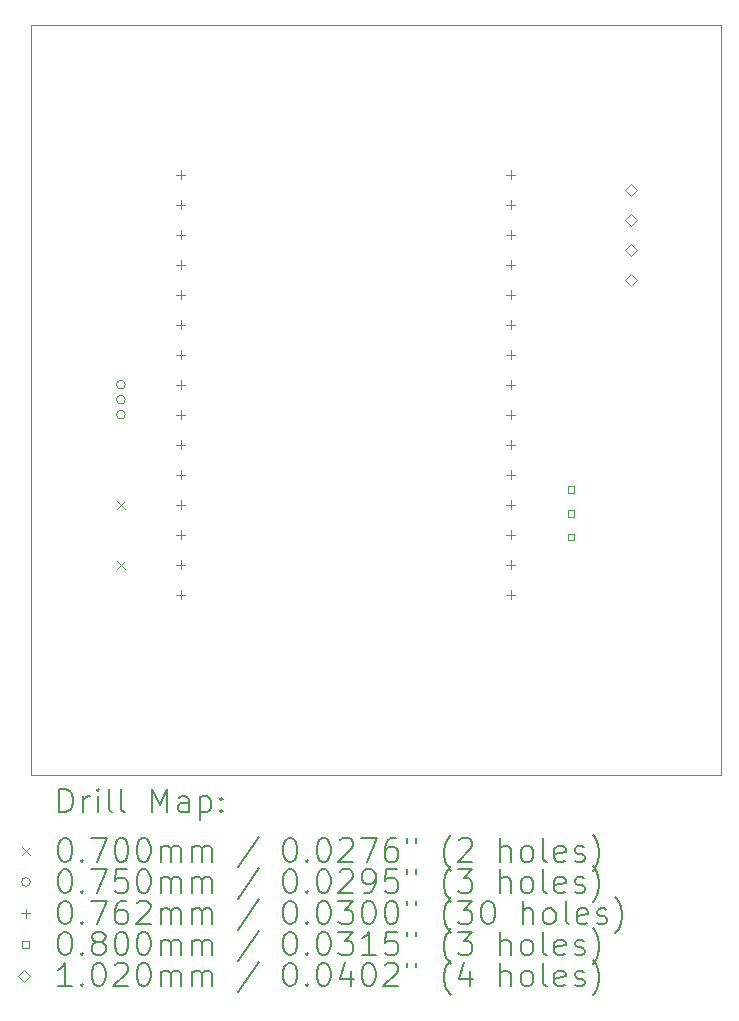
<source format=gbr>
%TF.GenerationSoftware,KiCad,Pcbnew,7.0.1*%
%TF.CreationDate,2023-11-07T12:51:36-05:00*%
%TF.ProjectId,PCB,5043422e-6b69-4636-9164-5f7063625858,rev?*%
%TF.SameCoordinates,Original*%
%TF.FileFunction,Drillmap*%
%TF.FilePolarity,Positive*%
%FSLAX45Y45*%
G04 Gerber Fmt 4.5, Leading zero omitted, Abs format (unit mm)*
G04 Created by KiCad (PCBNEW 7.0.1) date 2023-11-07 12:51:36*
%MOMM*%
%LPD*%
G01*
G04 APERTURE LIST*
%ADD10C,0.100000*%
%ADD11C,0.200000*%
%ADD12C,0.070000*%
%ADD13C,0.075000*%
%ADD14C,0.076200*%
%ADD15C,0.080000*%
%ADD16C,0.102000*%
G04 APERTURE END LIST*
D10*
X12192000Y-12954000D02*
X12192000Y-6604000D01*
X12192000Y-6604000D02*
X18034000Y-6604000D01*
X18034000Y-6604000D02*
X18034000Y-12954000D01*
X18034000Y-12954000D02*
X12192000Y-12954000D01*
D11*
D12*
X12919000Y-10633000D02*
X12989000Y-10703000D01*
X12989000Y-10633000D02*
X12919000Y-10703000D01*
X12919000Y-11141000D02*
X12989000Y-11211000D01*
X12989000Y-11141000D02*
X12919000Y-11211000D01*
D13*
X12991500Y-9652000D02*
G75*
G03*
X12991500Y-9652000I-37500J0D01*
G01*
X12991500Y-9779000D02*
G75*
G03*
X12991500Y-9779000I-37500J0D01*
G01*
X12991500Y-9906000D02*
G75*
G03*
X12991500Y-9906000I-37500J0D01*
G01*
D14*
X13462000Y-7835900D02*
X13462000Y-7912100D01*
X13423900Y-7874000D02*
X13500100Y-7874000D01*
X13462000Y-8089900D02*
X13462000Y-8166100D01*
X13423900Y-8128000D02*
X13500100Y-8128000D01*
X13462000Y-8343900D02*
X13462000Y-8420100D01*
X13423900Y-8382000D02*
X13500100Y-8382000D01*
X13462000Y-8597900D02*
X13462000Y-8674100D01*
X13423900Y-8636000D02*
X13500100Y-8636000D01*
X13462000Y-8851900D02*
X13462000Y-8928100D01*
X13423900Y-8890000D02*
X13500100Y-8890000D01*
X13462000Y-9105900D02*
X13462000Y-9182100D01*
X13423900Y-9144000D02*
X13500100Y-9144000D01*
X13462000Y-9359900D02*
X13462000Y-9436100D01*
X13423900Y-9398000D02*
X13500100Y-9398000D01*
X13462000Y-9613900D02*
X13462000Y-9690100D01*
X13423900Y-9652000D02*
X13500100Y-9652000D01*
X13462000Y-9867900D02*
X13462000Y-9944100D01*
X13423900Y-9906000D02*
X13500100Y-9906000D01*
X13462000Y-10121900D02*
X13462000Y-10198100D01*
X13423900Y-10160000D02*
X13500100Y-10160000D01*
X13462000Y-10375900D02*
X13462000Y-10452100D01*
X13423900Y-10414000D02*
X13500100Y-10414000D01*
X13462000Y-10629900D02*
X13462000Y-10706100D01*
X13423900Y-10668000D02*
X13500100Y-10668000D01*
X13462000Y-10883900D02*
X13462000Y-10960100D01*
X13423900Y-10922000D02*
X13500100Y-10922000D01*
X13462000Y-11137900D02*
X13462000Y-11214100D01*
X13423900Y-11176000D02*
X13500100Y-11176000D01*
X13462000Y-11391900D02*
X13462000Y-11468100D01*
X13423900Y-11430000D02*
X13500100Y-11430000D01*
X16256000Y-7835900D02*
X16256000Y-7912100D01*
X16217900Y-7874000D02*
X16294100Y-7874000D01*
X16256000Y-8089900D02*
X16256000Y-8166100D01*
X16217900Y-8128000D02*
X16294100Y-8128000D01*
X16256000Y-8343900D02*
X16256000Y-8420100D01*
X16217900Y-8382000D02*
X16294100Y-8382000D01*
X16256000Y-8597900D02*
X16256000Y-8674100D01*
X16217900Y-8636000D02*
X16294100Y-8636000D01*
X16256000Y-8851900D02*
X16256000Y-8928100D01*
X16217900Y-8890000D02*
X16294100Y-8890000D01*
X16256000Y-9105900D02*
X16256000Y-9182100D01*
X16217900Y-9144000D02*
X16294100Y-9144000D01*
X16256000Y-9359900D02*
X16256000Y-9436100D01*
X16217900Y-9398000D02*
X16294100Y-9398000D01*
X16256000Y-9613900D02*
X16256000Y-9690100D01*
X16217900Y-9652000D02*
X16294100Y-9652000D01*
X16256000Y-9867900D02*
X16256000Y-9944100D01*
X16217900Y-9906000D02*
X16294100Y-9906000D01*
X16256000Y-10121900D02*
X16256000Y-10198100D01*
X16217900Y-10160000D02*
X16294100Y-10160000D01*
X16256000Y-10375900D02*
X16256000Y-10452100D01*
X16217900Y-10414000D02*
X16294100Y-10414000D01*
X16256000Y-10629900D02*
X16256000Y-10706100D01*
X16217900Y-10668000D02*
X16294100Y-10668000D01*
X16256000Y-10883900D02*
X16256000Y-10960100D01*
X16217900Y-10922000D02*
X16294100Y-10922000D01*
X16256000Y-11137900D02*
X16256000Y-11214100D01*
X16217900Y-11176000D02*
X16294100Y-11176000D01*
X16256000Y-11391900D02*
X16256000Y-11468100D01*
X16217900Y-11430000D02*
X16294100Y-11430000D01*
D15*
X16792285Y-10569285D02*
X16792285Y-10512716D01*
X16735715Y-10512716D01*
X16735715Y-10569285D01*
X16792285Y-10569285D01*
X16792285Y-10769285D02*
X16792285Y-10712716D01*
X16735715Y-10712716D01*
X16735715Y-10769285D01*
X16792285Y-10769285D01*
X16792285Y-10969285D02*
X16792285Y-10912716D01*
X16735715Y-10912716D01*
X16735715Y-10969285D01*
X16792285Y-10969285D01*
D16*
X17272000Y-8052000D02*
X17323000Y-8001000D01*
X17272000Y-7950000D01*
X17221000Y-8001000D01*
X17272000Y-8052000D01*
X17272000Y-8306000D02*
X17323000Y-8255000D01*
X17272000Y-8204000D01*
X17221000Y-8255000D01*
X17272000Y-8306000D01*
X17272000Y-8560000D02*
X17323000Y-8509000D01*
X17272000Y-8458000D01*
X17221000Y-8509000D01*
X17272000Y-8560000D01*
X17272000Y-8814000D02*
X17323000Y-8763000D01*
X17272000Y-8712000D01*
X17221000Y-8763000D01*
X17272000Y-8814000D01*
D11*
X12434619Y-13271524D02*
X12434619Y-13071524D01*
X12434619Y-13071524D02*
X12482238Y-13071524D01*
X12482238Y-13071524D02*
X12510809Y-13081048D01*
X12510809Y-13081048D02*
X12529857Y-13100095D01*
X12529857Y-13100095D02*
X12539381Y-13119143D01*
X12539381Y-13119143D02*
X12548905Y-13157238D01*
X12548905Y-13157238D02*
X12548905Y-13185809D01*
X12548905Y-13185809D02*
X12539381Y-13223905D01*
X12539381Y-13223905D02*
X12529857Y-13242952D01*
X12529857Y-13242952D02*
X12510809Y-13262000D01*
X12510809Y-13262000D02*
X12482238Y-13271524D01*
X12482238Y-13271524D02*
X12434619Y-13271524D01*
X12634619Y-13271524D02*
X12634619Y-13138190D01*
X12634619Y-13176286D02*
X12644143Y-13157238D01*
X12644143Y-13157238D02*
X12653667Y-13147714D01*
X12653667Y-13147714D02*
X12672714Y-13138190D01*
X12672714Y-13138190D02*
X12691762Y-13138190D01*
X12758428Y-13271524D02*
X12758428Y-13138190D01*
X12758428Y-13071524D02*
X12748905Y-13081048D01*
X12748905Y-13081048D02*
X12758428Y-13090571D01*
X12758428Y-13090571D02*
X12767952Y-13081048D01*
X12767952Y-13081048D02*
X12758428Y-13071524D01*
X12758428Y-13071524D02*
X12758428Y-13090571D01*
X12882238Y-13271524D02*
X12863190Y-13262000D01*
X12863190Y-13262000D02*
X12853667Y-13242952D01*
X12853667Y-13242952D02*
X12853667Y-13071524D01*
X12987000Y-13271524D02*
X12967952Y-13262000D01*
X12967952Y-13262000D02*
X12958428Y-13242952D01*
X12958428Y-13242952D02*
X12958428Y-13071524D01*
X13215571Y-13271524D02*
X13215571Y-13071524D01*
X13215571Y-13071524D02*
X13282238Y-13214381D01*
X13282238Y-13214381D02*
X13348905Y-13071524D01*
X13348905Y-13071524D02*
X13348905Y-13271524D01*
X13529857Y-13271524D02*
X13529857Y-13166762D01*
X13529857Y-13166762D02*
X13520333Y-13147714D01*
X13520333Y-13147714D02*
X13501286Y-13138190D01*
X13501286Y-13138190D02*
X13463190Y-13138190D01*
X13463190Y-13138190D02*
X13444143Y-13147714D01*
X13529857Y-13262000D02*
X13510809Y-13271524D01*
X13510809Y-13271524D02*
X13463190Y-13271524D01*
X13463190Y-13271524D02*
X13444143Y-13262000D01*
X13444143Y-13262000D02*
X13434619Y-13242952D01*
X13434619Y-13242952D02*
X13434619Y-13223905D01*
X13434619Y-13223905D02*
X13444143Y-13204857D01*
X13444143Y-13204857D02*
X13463190Y-13195333D01*
X13463190Y-13195333D02*
X13510809Y-13195333D01*
X13510809Y-13195333D02*
X13529857Y-13185809D01*
X13625095Y-13138190D02*
X13625095Y-13338190D01*
X13625095Y-13147714D02*
X13644143Y-13138190D01*
X13644143Y-13138190D02*
X13682238Y-13138190D01*
X13682238Y-13138190D02*
X13701286Y-13147714D01*
X13701286Y-13147714D02*
X13710809Y-13157238D01*
X13710809Y-13157238D02*
X13720333Y-13176286D01*
X13720333Y-13176286D02*
X13720333Y-13233428D01*
X13720333Y-13233428D02*
X13710809Y-13252476D01*
X13710809Y-13252476D02*
X13701286Y-13262000D01*
X13701286Y-13262000D02*
X13682238Y-13271524D01*
X13682238Y-13271524D02*
X13644143Y-13271524D01*
X13644143Y-13271524D02*
X13625095Y-13262000D01*
X13806048Y-13252476D02*
X13815571Y-13262000D01*
X13815571Y-13262000D02*
X13806048Y-13271524D01*
X13806048Y-13271524D02*
X13796524Y-13262000D01*
X13796524Y-13262000D02*
X13806048Y-13252476D01*
X13806048Y-13252476D02*
X13806048Y-13271524D01*
X13806048Y-13147714D02*
X13815571Y-13157238D01*
X13815571Y-13157238D02*
X13806048Y-13166762D01*
X13806048Y-13166762D02*
X13796524Y-13157238D01*
X13796524Y-13157238D02*
X13806048Y-13147714D01*
X13806048Y-13147714D02*
X13806048Y-13166762D01*
D12*
X12117000Y-13564000D02*
X12187000Y-13634000D01*
X12187000Y-13564000D02*
X12117000Y-13634000D01*
D11*
X12472714Y-13491524D02*
X12491762Y-13491524D01*
X12491762Y-13491524D02*
X12510809Y-13501048D01*
X12510809Y-13501048D02*
X12520333Y-13510571D01*
X12520333Y-13510571D02*
X12529857Y-13529619D01*
X12529857Y-13529619D02*
X12539381Y-13567714D01*
X12539381Y-13567714D02*
X12539381Y-13615333D01*
X12539381Y-13615333D02*
X12529857Y-13653428D01*
X12529857Y-13653428D02*
X12520333Y-13672476D01*
X12520333Y-13672476D02*
X12510809Y-13682000D01*
X12510809Y-13682000D02*
X12491762Y-13691524D01*
X12491762Y-13691524D02*
X12472714Y-13691524D01*
X12472714Y-13691524D02*
X12453667Y-13682000D01*
X12453667Y-13682000D02*
X12444143Y-13672476D01*
X12444143Y-13672476D02*
X12434619Y-13653428D01*
X12434619Y-13653428D02*
X12425095Y-13615333D01*
X12425095Y-13615333D02*
X12425095Y-13567714D01*
X12425095Y-13567714D02*
X12434619Y-13529619D01*
X12434619Y-13529619D02*
X12444143Y-13510571D01*
X12444143Y-13510571D02*
X12453667Y-13501048D01*
X12453667Y-13501048D02*
X12472714Y-13491524D01*
X12625095Y-13672476D02*
X12634619Y-13682000D01*
X12634619Y-13682000D02*
X12625095Y-13691524D01*
X12625095Y-13691524D02*
X12615571Y-13682000D01*
X12615571Y-13682000D02*
X12625095Y-13672476D01*
X12625095Y-13672476D02*
X12625095Y-13691524D01*
X12701286Y-13491524D02*
X12834619Y-13491524D01*
X12834619Y-13491524D02*
X12748905Y-13691524D01*
X12948905Y-13491524D02*
X12967952Y-13491524D01*
X12967952Y-13491524D02*
X12987000Y-13501048D01*
X12987000Y-13501048D02*
X12996524Y-13510571D01*
X12996524Y-13510571D02*
X13006048Y-13529619D01*
X13006048Y-13529619D02*
X13015571Y-13567714D01*
X13015571Y-13567714D02*
X13015571Y-13615333D01*
X13015571Y-13615333D02*
X13006048Y-13653428D01*
X13006048Y-13653428D02*
X12996524Y-13672476D01*
X12996524Y-13672476D02*
X12987000Y-13682000D01*
X12987000Y-13682000D02*
X12967952Y-13691524D01*
X12967952Y-13691524D02*
X12948905Y-13691524D01*
X12948905Y-13691524D02*
X12929857Y-13682000D01*
X12929857Y-13682000D02*
X12920333Y-13672476D01*
X12920333Y-13672476D02*
X12910809Y-13653428D01*
X12910809Y-13653428D02*
X12901286Y-13615333D01*
X12901286Y-13615333D02*
X12901286Y-13567714D01*
X12901286Y-13567714D02*
X12910809Y-13529619D01*
X12910809Y-13529619D02*
X12920333Y-13510571D01*
X12920333Y-13510571D02*
X12929857Y-13501048D01*
X12929857Y-13501048D02*
X12948905Y-13491524D01*
X13139381Y-13491524D02*
X13158429Y-13491524D01*
X13158429Y-13491524D02*
X13177476Y-13501048D01*
X13177476Y-13501048D02*
X13187000Y-13510571D01*
X13187000Y-13510571D02*
X13196524Y-13529619D01*
X13196524Y-13529619D02*
X13206048Y-13567714D01*
X13206048Y-13567714D02*
X13206048Y-13615333D01*
X13206048Y-13615333D02*
X13196524Y-13653428D01*
X13196524Y-13653428D02*
X13187000Y-13672476D01*
X13187000Y-13672476D02*
X13177476Y-13682000D01*
X13177476Y-13682000D02*
X13158429Y-13691524D01*
X13158429Y-13691524D02*
X13139381Y-13691524D01*
X13139381Y-13691524D02*
X13120333Y-13682000D01*
X13120333Y-13682000D02*
X13110809Y-13672476D01*
X13110809Y-13672476D02*
X13101286Y-13653428D01*
X13101286Y-13653428D02*
X13091762Y-13615333D01*
X13091762Y-13615333D02*
X13091762Y-13567714D01*
X13091762Y-13567714D02*
X13101286Y-13529619D01*
X13101286Y-13529619D02*
X13110809Y-13510571D01*
X13110809Y-13510571D02*
X13120333Y-13501048D01*
X13120333Y-13501048D02*
X13139381Y-13491524D01*
X13291762Y-13691524D02*
X13291762Y-13558190D01*
X13291762Y-13577238D02*
X13301286Y-13567714D01*
X13301286Y-13567714D02*
X13320333Y-13558190D01*
X13320333Y-13558190D02*
X13348905Y-13558190D01*
X13348905Y-13558190D02*
X13367952Y-13567714D01*
X13367952Y-13567714D02*
X13377476Y-13586762D01*
X13377476Y-13586762D02*
X13377476Y-13691524D01*
X13377476Y-13586762D02*
X13387000Y-13567714D01*
X13387000Y-13567714D02*
X13406048Y-13558190D01*
X13406048Y-13558190D02*
X13434619Y-13558190D01*
X13434619Y-13558190D02*
X13453667Y-13567714D01*
X13453667Y-13567714D02*
X13463190Y-13586762D01*
X13463190Y-13586762D02*
X13463190Y-13691524D01*
X13558429Y-13691524D02*
X13558429Y-13558190D01*
X13558429Y-13577238D02*
X13567952Y-13567714D01*
X13567952Y-13567714D02*
X13587000Y-13558190D01*
X13587000Y-13558190D02*
X13615571Y-13558190D01*
X13615571Y-13558190D02*
X13634619Y-13567714D01*
X13634619Y-13567714D02*
X13644143Y-13586762D01*
X13644143Y-13586762D02*
X13644143Y-13691524D01*
X13644143Y-13586762D02*
X13653667Y-13567714D01*
X13653667Y-13567714D02*
X13672714Y-13558190D01*
X13672714Y-13558190D02*
X13701286Y-13558190D01*
X13701286Y-13558190D02*
X13720333Y-13567714D01*
X13720333Y-13567714D02*
X13729857Y-13586762D01*
X13729857Y-13586762D02*
X13729857Y-13691524D01*
X14120333Y-13482000D02*
X13948905Y-13739143D01*
X14377476Y-13491524D02*
X14396524Y-13491524D01*
X14396524Y-13491524D02*
X14415572Y-13501048D01*
X14415572Y-13501048D02*
X14425095Y-13510571D01*
X14425095Y-13510571D02*
X14434619Y-13529619D01*
X14434619Y-13529619D02*
X14444143Y-13567714D01*
X14444143Y-13567714D02*
X14444143Y-13615333D01*
X14444143Y-13615333D02*
X14434619Y-13653428D01*
X14434619Y-13653428D02*
X14425095Y-13672476D01*
X14425095Y-13672476D02*
X14415572Y-13682000D01*
X14415572Y-13682000D02*
X14396524Y-13691524D01*
X14396524Y-13691524D02*
X14377476Y-13691524D01*
X14377476Y-13691524D02*
X14358429Y-13682000D01*
X14358429Y-13682000D02*
X14348905Y-13672476D01*
X14348905Y-13672476D02*
X14339381Y-13653428D01*
X14339381Y-13653428D02*
X14329857Y-13615333D01*
X14329857Y-13615333D02*
X14329857Y-13567714D01*
X14329857Y-13567714D02*
X14339381Y-13529619D01*
X14339381Y-13529619D02*
X14348905Y-13510571D01*
X14348905Y-13510571D02*
X14358429Y-13501048D01*
X14358429Y-13501048D02*
X14377476Y-13491524D01*
X14529857Y-13672476D02*
X14539381Y-13682000D01*
X14539381Y-13682000D02*
X14529857Y-13691524D01*
X14529857Y-13691524D02*
X14520333Y-13682000D01*
X14520333Y-13682000D02*
X14529857Y-13672476D01*
X14529857Y-13672476D02*
X14529857Y-13691524D01*
X14663191Y-13491524D02*
X14682238Y-13491524D01*
X14682238Y-13491524D02*
X14701286Y-13501048D01*
X14701286Y-13501048D02*
X14710810Y-13510571D01*
X14710810Y-13510571D02*
X14720333Y-13529619D01*
X14720333Y-13529619D02*
X14729857Y-13567714D01*
X14729857Y-13567714D02*
X14729857Y-13615333D01*
X14729857Y-13615333D02*
X14720333Y-13653428D01*
X14720333Y-13653428D02*
X14710810Y-13672476D01*
X14710810Y-13672476D02*
X14701286Y-13682000D01*
X14701286Y-13682000D02*
X14682238Y-13691524D01*
X14682238Y-13691524D02*
X14663191Y-13691524D01*
X14663191Y-13691524D02*
X14644143Y-13682000D01*
X14644143Y-13682000D02*
X14634619Y-13672476D01*
X14634619Y-13672476D02*
X14625095Y-13653428D01*
X14625095Y-13653428D02*
X14615572Y-13615333D01*
X14615572Y-13615333D02*
X14615572Y-13567714D01*
X14615572Y-13567714D02*
X14625095Y-13529619D01*
X14625095Y-13529619D02*
X14634619Y-13510571D01*
X14634619Y-13510571D02*
X14644143Y-13501048D01*
X14644143Y-13501048D02*
X14663191Y-13491524D01*
X14806048Y-13510571D02*
X14815572Y-13501048D01*
X14815572Y-13501048D02*
X14834619Y-13491524D01*
X14834619Y-13491524D02*
X14882238Y-13491524D01*
X14882238Y-13491524D02*
X14901286Y-13501048D01*
X14901286Y-13501048D02*
X14910810Y-13510571D01*
X14910810Y-13510571D02*
X14920333Y-13529619D01*
X14920333Y-13529619D02*
X14920333Y-13548667D01*
X14920333Y-13548667D02*
X14910810Y-13577238D01*
X14910810Y-13577238D02*
X14796524Y-13691524D01*
X14796524Y-13691524D02*
X14920333Y-13691524D01*
X14987000Y-13491524D02*
X15120333Y-13491524D01*
X15120333Y-13491524D02*
X15034619Y-13691524D01*
X15282238Y-13491524D02*
X15244143Y-13491524D01*
X15244143Y-13491524D02*
X15225095Y-13501048D01*
X15225095Y-13501048D02*
X15215572Y-13510571D01*
X15215572Y-13510571D02*
X15196524Y-13539143D01*
X15196524Y-13539143D02*
X15187000Y-13577238D01*
X15187000Y-13577238D02*
X15187000Y-13653428D01*
X15187000Y-13653428D02*
X15196524Y-13672476D01*
X15196524Y-13672476D02*
X15206048Y-13682000D01*
X15206048Y-13682000D02*
X15225095Y-13691524D01*
X15225095Y-13691524D02*
X15263191Y-13691524D01*
X15263191Y-13691524D02*
X15282238Y-13682000D01*
X15282238Y-13682000D02*
X15291762Y-13672476D01*
X15291762Y-13672476D02*
X15301286Y-13653428D01*
X15301286Y-13653428D02*
X15301286Y-13605809D01*
X15301286Y-13605809D02*
X15291762Y-13586762D01*
X15291762Y-13586762D02*
X15282238Y-13577238D01*
X15282238Y-13577238D02*
X15263191Y-13567714D01*
X15263191Y-13567714D02*
X15225095Y-13567714D01*
X15225095Y-13567714D02*
X15206048Y-13577238D01*
X15206048Y-13577238D02*
X15196524Y-13586762D01*
X15196524Y-13586762D02*
X15187000Y-13605809D01*
X15377476Y-13491524D02*
X15377476Y-13529619D01*
X15453667Y-13491524D02*
X15453667Y-13529619D01*
X15748905Y-13767714D02*
X15739381Y-13758190D01*
X15739381Y-13758190D02*
X15720334Y-13729619D01*
X15720334Y-13729619D02*
X15710810Y-13710571D01*
X15710810Y-13710571D02*
X15701286Y-13682000D01*
X15701286Y-13682000D02*
X15691762Y-13634381D01*
X15691762Y-13634381D02*
X15691762Y-13596286D01*
X15691762Y-13596286D02*
X15701286Y-13548667D01*
X15701286Y-13548667D02*
X15710810Y-13520095D01*
X15710810Y-13520095D02*
X15720334Y-13501048D01*
X15720334Y-13501048D02*
X15739381Y-13472476D01*
X15739381Y-13472476D02*
X15748905Y-13462952D01*
X15815572Y-13510571D02*
X15825095Y-13501048D01*
X15825095Y-13501048D02*
X15844143Y-13491524D01*
X15844143Y-13491524D02*
X15891762Y-13491524D01*
X15891762Y-13491524D02*
X15910810Y-13501048D01*
X15910810Y-13501048D02*
X15920334Y-13510571D01*
X15920334Y-13510571D02*
X15929857Y-13529619D01*
X15929857Y-13529619D02*
X15929857Y-13548667D01*
X15929857Y-13548667D02*
X15920334Y-13577238D01*
X15920334Y-13577238D02*
X15806048Y-13691524D01*
X15806048Y-13691524D02*
X15929857Y-13691524D01*
X16167953Y-13691524D02*
X16167953Y-13491524D01*
X16253667Y-13691524D02*
X16253667Y-13586762D01*
X16253667Y-13586762D02*
X16244143Y-13567714D01*
X16244143Y-13567714D02*
X16225096Y-13558190D01*
X16225096Y-13558190D02*
X16196524Y-13558190D01*
X16196524Y-13558190D02*
X16177476Y-13567714D01*
X16177476Y-13567714D02*
X16167953Y-13577238D01*
X16377476Y-13691524D02*
X16358429Y-13682000D01*
X16358429Y-13682000D02*
X16348905Y-13672476D01*
X16348905Y-13672476D02*
X16339381Y-13653428D01*
X16339381Y-13653428D02*
X16339381Y-13596286D01*
X16339381Y-13596286D02*
X16348905Y-13577238D01*
X16348905Y-13577238D02*
X16358429Y-13567714D01*
X16358429Y-13567714D02*
X16377476Y-13558190D01*
X16377476Y-13558190D02*
X16406048Y-13558190D01*
X16406048Y-13558190D02*
X16425096Y-13567714D01*
X16425096Y-13567714D02*
X16434619Y-13577238D01*
X16434619Y-13577238D02*
X16444143Y-13596286D01*
X16444143Y-13596286D02*
X16444143Y-13653428D01*
X16444143Y-13653428D02*
X16434619Y-13672476D01*
X16434619Y-13672476D02*
X16425096Y-13682000D01*
X16425096Y-13682000D02*
X16406048Y-13691524D01*
X16406048Y-13691524D02*
X16377476Y-13691524D01*
X16558429Y-13691524D02*
X16539381Y-13682000D01*
X16539381Y-13682000D02*
X16529857Y-13662952D01*
X16529857Y-13662952D02*
X16529857Y-13491524D01*
X16710810Y-13682000D02*
X16691762Y-13691524D01*
X16691762Y-13691524D02*
X16653667Y-13691524D01*
X16653667Y-13691524D02*
X16634619Y-13682000D01*
X16634619Y-13682000D02*
X16625096Y-13662952D01*
X16625096Y-13662952D02*
X16625096Y-13586762D01*
X16625096Y-13586762D02*
X16634619Y-13567714D01*
X16634619Y-13567714D02*
X16653667Y-13558190D01*
X16653667Y-13558190D02*
X16691762Y-13558190D01*
X16691762Y-13558190D02*
X16710810Y-13567714D01*
X16710810Y-13567714D02*
X16720334Y-13586762D01*
X16720334Y-13586762D02*
X16720334Y-13605809D01*
X16720334Y-13605809D02*
X16625096Y-13624857D01*
X16796524Y-13682000D02*
X16815572Y-13691524D01*
X16815572Y-13691524D02*
X16853667Y-13691524D01*
X16853667Y-13691524D02*
X16872715Y-13682000D01*
X16872715Y-13682000D02*
X16882239Y-13662952D01*
X16882239Y-13662952D02*
X16882239Y-13653428D01*
X16882239Y-13653428D02*
X16872715Y-13634381D01*
X16872715Y-13634381D02*
X16853667Y-13624857D01*
X16853667Y-13624857D02*
X16825096Y-13624857D01*
X16825096Y-13624857D02*
X16806048Y-13615333D01*
X16806048Y-13615333D02*
X16796524Y-13596286D01*
X16796524Y-13596286D02*
X16796524Y-13586762D01*
X16796524Y-13586762D02*
X16806048Y-13567714D01*
X16806048Y-13567714D02*
X16825096Y-13558190D01*
X16825096Y-13558190D02*
X16853667Y-13558190D01*
X16853667Y-13558190D02*
X16872715Y-13567714D01*
X16948905Y-13767714D02*
X16958429Y-13758190D01*
X16958429Y-13758190D02*
X16977477Y-13729619D01*
X16977477Y-13729619D02*
X16987000Y-13710571D01*
X16987000Y-13710571D02*
X16996524Y-13682000D01*
X16996524Y-13682000D02*
X17006048Y-13634381D01*
X17006048Y-13634381D02*
X17006048Y-13596286D01*
X17006048Y-13596286D02*
X16996524Y-13548667D01*
X16996524Y-13548667D02*
X16987000Y-13520095D01*
X16987000Y-13520095D02*
X16977477Y-13501048D01*
X16977477Y-13501048D02*
X16958429Y-13472476D01*
X16958429Y-13472476D02*
X16948905Y-13462952D01*
D13*
X12187000Y-13863000D02*
G75*
G03*
X12187000Y-13863000I-37500J0D01*
G01*
D11*
X12472714Y-13755524D02*
X12491762Y-13755524D01*
X12491762Y-13755524D02*
X12510809Y-13765048D01*
X12510809Y-13765048D02*
X12520333Y-13774571D01*
X12520333Y-13774571D02*
X12529857Y-13793619D01*
X12529857Y-13793619D02*
X12539381Y-13831714D01*
X12539381Y-13831714D02*
X12539381Y-13879333D01*
X12539381Y-13879333D02*
X12529857Y-13917428D01*
X12529857Y-13917428D02*
X12520333Y-13936476D01*
X12520333Y-13936476D02*
X12510809Y-13946000D01*
X12510809Y-13946000D02*
X12491762Y-13955524D01*
X12491762Y-13955524D02*
X12472714Y-13955524D01*
X12472714Y-13955524D02*
X12453667Y-13946000D01*
X12453667Y-13946000D02*
X12444143Y-13936476D01*
X12444143Y-13936476D02*
X12434619Y-13917428D01*
X12434619Y-13917428D02*
X12425095Y-13879333D01*
X12425095Y-13879333D02*
X12425095Y-13831714D01*
X12425095Y-13831714D02*
X12434619Y-13793619D01*
X12434619Y-13793619D02*
X12444143Y-13774571D01*
X12444143Y-13774571D02*
X12453667Y-13765048D01*
X12453667Y-13765048D02*
X12472714Y-13755524D01*
X12625095Y-13936476D02*
X12634619Y-13946000D01*
X12634619Y-13946000D02*
X12625095Y-13955524D01*
X12625095Y-13955524D02*
X12615571Y-13946000D01*
X12615571Y-13946000D02*
X12625095Y-13936476D01*
X12625095Y-13936476D02*
X12625095Y-13955524D01*
X12701286Y-13755524D02*
X12834619Y-13755524D01*
X12834619Y-13755524D02*
X12748905Y-13955524D01*
X13006048Y-13755524D02*
X12910809Y-13755524D01*
X12910809Y-13755524D02*
X12901286Y-13850762D01*
X12901286Y-13850762D02*
X12910809Y-13841238D01*
X12910809Y-13841238D02*
X12929857Y-13831714D01*
X12929857Y-13831714D02*
X12977476Y-13831714D01*
X12977476Y-13831714D02*
X12996524Y-13841238D01*
X12996524Y-13841238D02*
X13006048Y-13850762D01*
X13006048Y-13850762D02*
X13015571Y-13869809D01*
X13015571Y-13869809D02*
X13015571Y-13917428D01*
X13015571Y-13917428D02*
X13006048Y-13936476D01*
X13006048Y-13936476D02*
X12996524Y-13946000D01*
X12996524Y-13946000D02*
X12977476Y-13955524D01*
X12977476Y-13955524D02*
X12929857Y-13955524D01*
X12929857Y-13955524D02*
X12910809Y-13946000D01*
X12910809Y-13946000D02*
X12901286Y-13936476D01*
X13139381Y-13755524D02*
X13158429Y-13755524D01*
X13158429Y-13755524D02*
X13177476Y-13765048D01*
X13177476Y-13765048D02*
X13187000Y-13774571D01*
X13187000Y-13774571D02*
X13196524Y-13793619D01*
X13196524Y-13793619D02*
X13206048Y-13831714D01*
X13206048Y-13831714D02*
X13206048Y-13879333D01*
X13206048Y-13879333D02*
X13196524Y-13917428D01*
X13196524Y-13917428D02*
X13187000Y-13936476D01*
X13187000Y-13936476D02*
X13177476Y-13946000D01*
X13177476Y-13946000D02*
X13158429Y-13955524D01*
X13158429Y-13955524D02*
X13139381Y-13955524D01*
X13139381Y-13955524D02*
X13120333Y-13946000D01*
X13120333Y-13946000D02*
X13110809Y-13936476D01*
X13110809Y-13936476D02*
X13101286Y-13917428D01*
X13101286Y-13917428D02*
X13091762Y-13879333D01*
X13091762Y-13879333D02*
X13091762Y-13831714D01*
X13091762Y-13831714D02*
X13101286Y-13793619D01*
X13101286Y-13793619D02*
X13110809Y-13774571D01*
X13110809Y-13774571D02*
X13120333Y-13765048D01*
X13120333Y-13765048D02*
X13139381Y-13755524D01*
X13291762Y-13955524D02*
X13291762Y-13822190D01*
X13291762Y-13841238D02*
X13301286Y-13831714D01*
X13301286Y-13831714D02*
X13320333Y-13822190D01*
X13320333Y-13822190D02*
X13348905Y-13822190D01*
X13348905Y-13822190D02*
X13367952Y-13831714D01*
X13367952Y-13831714D02*
X13377476Y-13850762D01*
X13377476Y-13850762D02*
X13377476Y-13955524D01*
X13377476Y-13850762D02*
X13387000Y-13831714D01*
X13387000Y-13831714D02*
X13406048Y-13822190D01*
X13406048Y-13822190D02*
X13434619Y-13822190D01*
X13434619Y-13822190D02*
X13453667Y-13831714D01*
X13453667Y-13831714D02*
X13463190Y-13850762D01*
X13463190Y-13850762D02*
X13463190Y-13955524D01*
X13558429Y-13955524D02*
X13558429Y-13822190D01*
X13558429Y-13841238D02*
X13567952Y-13831714D01*
X13567952Y-13831714D02*
X13587000Y-13822190D01*
X13587000Y-13822190D02*
X13615571Y-13822190D01*
X13615571Y-13822190D02*
X13634619Y-13831714D01*
X13634619Y-13831714D02*
X13644143Y-13850762D01*
X13644143Y-13850762D02*
X13644143Y-13955524D01*
X13644143Y-13850762D02*
X13653667Y-13831714D01*
X13653667Y-13831714D02*
X13672714Y-13822190D01*
X13672714Y-13822190D02*
X13701286Y-13822190D01*
X13701286Y-13822190D02*
X13720333Y-13831714D01*
X13720333Y-13831714D02*
X13729857Y-13850762D01*
X13729857Y-13850762D02*
X13729857Y-13955524D01*
X14120333Y-13746000D02*
X13948905Y-14003143D01*
X14377476Y-13755524D02*
X14396524Y-13755524D01*
X14396524Y-13755524D02*
X14415572Y-13765048D01*
X14415572Y-13765048D02*
X14425095Y-13774571D01*
X14425095Y-13774571D02*
X14434619Y-13793619D01*
X14434619Y-13793619D02*
X14444143Y-13831714D01*
X14444143Y-13831714D02*
X14444143Y-13879333D01*
X14444143Y-13879333D02*
X14434619Y-13917428D01*
X14434619Y-13917428D02*
X14425095Y-13936476D01*
X14425095Y-13936476D02*
X14415572Y-13946000D01*
X14415572Y-13946000D02*
X14396524Y-13955524D01*
X14396524Y-13955524D02*
X14377476Y-13955524D01*
X14377476Y-13955524D02*
X14358429Y-13946000D01*
X14358429Y-13946000D02*
X14348905Y-13936476D01*
X14348905Y-13936476D02*
X14339381Y-13917428D01*
X14339381Y-13917428D02*
X14329857Y-13879333D01*
X14329857Y-13879333D02*
X14329857Y-13831714D01*
X14329857Y-13831714D02*
X14339381Y-13793619D01*
X14339381Y-13793619D02*
X14348905Y-13774571D01*
X14348905Y-13774571D02*
X14358429Y-13765048D01*
X14358429Y-13765048D02*
X14377476Y-13755524D01*
X14529857Y-13936476D02*
X14539381Y-13946000D01*
X14539381Y-13946000D02*
X14529857Y-13955524D01*
X14529857Y-13955524D02*
X14520333Y-13946000D01*
X14520333Y-13946000D02*
X14529857Y-13936476D01*
X14529857Y-13936476D02*
X14529857Y-13955524D01*
X14663191Y-13755524D02*
X14682238Y-13755524D01*
X14682238Y-13755524D02*
X14701286Y-13765048D01*
X14701286Y-13765048D02*
X14710810Y-13774571D01*
X14710810Y-13774571D02*
X14720333Y-13793619D01*
X14720333Y-13793619D02*
X14729857Y-13831714D01*
X14729857Y-13831714D02*
X14729857Y-13879333D01*
X14729857Y-13879333D02*
X14720333Y-13917428D01*
X14720333Y-13917428D02*
X14710810Y-13936476D01*
X14710810Y-13936476D02*
X14701286Y-13946000D01*
X14701286Y-13946000D02*
X14682238Y-13955524D01*
X14682238Y-13955524D02*
X14663191Y-13955524D01*
X14663191Y-13955524D02*
X14644143Y-13946000D01*
X14644143Y-13946000D02*
X14634619Y-13936476D01*
X14634619Y-13936476D02*
X14625095Y-13917428D01*
X14625095Y-13917428D02*
X14615572Y-13879333D01*
X14615572Y-13879333D02*
X14615572Y-13831714D01*
X14615572Y-13831714D02*
X14625095Y-13793619D01*
X14625095Y-13793619D02*
X14634619Y-13774571D01*
X14634619Y-13774571D02*
X14644143Y-13765048D01*
X14644143Y-13765048D02*
X14663191Y-13755524D01*
X14806048Y-13774571D02*
X14815572Y-13765048D01*
X14815572Y-13765048D02*
X14834619Y-13755524D01*
X14834619Y-13755524D02*
X14882238Y-13755524D01*
X14882238Y-13755524D02*
X14901286Y-13765048D01*
X14901286Y-13765048D02*
X14910810Y-13774571D01*
X14910810Y-13774571D02*
X14920333Y-13793619D01*
X14920333Y-13793619D02*
X14920333Y-13812667D01*
X14920333Y-13812667D02*
X14910810Y-13841238D01*
X14910810Y-13841238D02*
X14796524Y-13955524D01*
X14796524Y-13955524D02*
X14920333Y-13955524D01*
X15015572Y-13955524D02*
X15053667Y-13955524D01*
X15053667Y-13955524D02*
X15072714Y-13946000D01*
X15072714Y-13946000D02*
X15082238Y-13936476D01*
X15082238Y-13936476D02*
X15101286Y-13907905D01*
X15101286Y-13907905D02*
X15110810Y-13869809D01*
X15110810Y-13869809D02*
X15110810Y-13793619D01*
X15110810Y-13793619D02*
X15101286Y-13774571D01*
X15101286Y-13774571D02*
X15091762Y-13765048D01*
X15091762Y-13765048D02*
X15072714Y-13755524D01*
X15072714Y-13755524D02*
X15034619Y-13755524D01*
X15034619Y-13755524D02*
X15015572Y-13765048D01*
X15015572Y-13765048D02*
X15006048Y-13774571D01*
X15006048Y-13774571D02*
X14996524Y-13793619D01*
X14996524Y-13793619D02*
X14996524Y-13841238D01*
X14996524Y-13841238D02*
X15006048Y-13860286D01*
X15006048Y-13860286D02*
X15015572Y-13869809D01*
X15015572Y-13869809D02*
X15034619Y-13879333D01*
X15034619Y-13879333D02*
X15072714Y-13879333D01*
X15072714Y-13879333D02*
X15091762Y-13869809D01*
X15091762Y-13869809D02*
X15101286Y-13860286D01*
X15101286Y-13860286D02*
X15110810Y-13841238D01*
X15291762Y-13755524D02*
X15196524Y-13755524D01*
X15196524Y-13755524D02*
X15187000Y-13850762D01*
X15187000Y-13850762D02*
X15196524Y-13841238D01*
X15196524Y-13841238D02*
X15215572Y-13831714D01*
X15215572Y-13831714D02*
X15263191Y-13831714D01*
X15263191Y-13831714D02*
X15282238Y-13841238D01*
X15282238Y-13841238D02*
X15291762Y-13850762D01*
X15291762Y-13850762D02*
X15301286Y-13869809D01*
X15301286Y-13869809D02*
X15301286Y-13917428D01*
X15301286Y-13917428D02*
X15291762Y-13936476D01*
X15291762Y-13936476D02*
X15282238Y-13946000D01*
X15282238Y-13946000D02*
X15263191Y-13955524D01*
X15263191Y-13955524D02*
X15215572Y-13955524D01*
X15215572Y-13955524D02*
X15196524Y-13946000D01*
X15196524Y-13946000D02*
X15187000Y-13936476D01*
X15377476Y-13755524D02*
X15377476Y-13793619D01*
X15453667Y-13755524D02*
X15453667Y-13793619D01*
X15748905Y-14031714D02*
X15739381Y-14022190D01*
X15739381Y-14022190D02*
X15720334Y-13993619D01*
X15720334Y-13993619D02*
X15710810Y-13974571D01*
X15710810Y-13974571D02*
X15701286Y-13946000D01*
X15701286Y-13946000D02*
X15691762Y-13898381D01*
X15691762Y-13898381D02*
X15691762Y-13860286D01*
X15691762Y-13860286D02*
X15701286Y-13812667D01*
X15701286Y-13812667D02*
X15710810Y-13784095D01*
X15710810Y-13784095D02*
X15720334Y-13765048D01*
X15720334Y-13765048D02*
X15739381Y-13736476D01*
X15739381Y-13736476D02*
X15748905Y-13726952D01*
X15806048Y-13755524D02*
X15929857Y-13755524D01*
X15929857Y-13755524D02*
X15863191Y-13831714D01*
X15863191Y-13831714D02*
X15891762Y-13831714D01*
X15891762Y-13831714D02*
X15910810Y-13841238D01*
X15910810Y-13841238D02*
X15920334Y-13850762D01*
X15920334Y-13850762D02*
X15929857Y-13869809D01*
X15929857Y-13869809D02*
X15929857Y-13917428D01*
X15929857Y-13917428D02*
X15920334Y-13936476D01*
X15920334Y-13936476D02*
X15910810Y-13946000D01*
X15910810Y-13946000D02*
X15891762Y-13955524D01*
X15891762Y-13955524D02*
X15834619Y-13955524D01*
X15834619Y-13955524D02*
X15815572Y-13946000D01*
X15815572Y-13946000D02*
X15806048Y-13936476D01*
X16167953Y-13955524D02*
X16167953Y-13755524D01*
X16253667Y-13955524D02*
X16253667Y-13850762D01*
X16253667Y-13850762D02*
X16244143Y-13831714D01*
X16244143Y-13831714D02*
X16225096Y-13822190D01*
X16225096Y-13822190D02*
X16196524Y-13822190D01*
X16196524Y-13822190D02*
X16177476Y-13831714D01*
X16177476Y-13831714D02*
X16167953Y-13841238D01*
X16377476Y-13955524D02*
X16358429Y-13946000D01*
X16358429Y-13946000D02*
X16348905Y-13936476D01*
X16348905Y-13936476D02*
X16339381Y-13917428D01*
X16339381Y-13917428D02*
X16339381Y-13860286D01*
X16339381Y-13860286D02*
X16348905Y-13841238D01*
X16348905Y-13841238D02*
X16358429Y-13831714D01*
X16358429Y-13831714D02*
X16377476Y-13822190D01*
X16377476Y-13822190D02*
X16406048Y-13822190D01*
X16406048Y-13822190D02*
X16425096Y-13831714D01*
X16425096Y-13831714D02*
X16434619Y-13841238D01*
X16434619Y-13841238D02*
X16444143Y-13860286D01*
X16444143Y-13860286D02*
X16444143Y-13917428D01*
X16444143Y-13917428D02*
X16434619Y-13936476D01*
X16434619Y-13936476D02*
X16425096Y-13946000D01*
X16425096Y-13946000D02*
X16406048Y-13955524D01*
X16406048Y-13955524D02*
X16377476Y-13955524D01*
X16558429Y-13955524D02*
X16539381Y-13946000D01*
X16539381Y-13946000D02*
X16529857Y-13926952D01*
X16529857Y-13926952D02*
X16529857Y-13755524D01*
X16710810Y-13946000D02*
X16691762Y-13955524D01*
X16691762Y-13955524D02*
X16653667Y-13955524D01*
X16653667Y-13955524D02*
X16634619Y-13946000D01*
X16634619Y-13946000D02*
X16625096Y-13926952D01*
X16625096Y-13926952D02*
X16625096Y-13850762D01*
X16625096Y-13850762D02*
X16634619Y-13831714D01*
X16634619Y-13831714D02*
X16653667Y-13822190D01*
X16653667Y-13822190D02*
X16691762Y-13822190D01*
X16691762Y-13822190D02*
X16710810Y-13831714D01*
X16710810Y-13831714D02*
X16720334Y-13850762D01*
X16720334Y-13850762D02*
X16720334Y-13869809D01*
X16720334Y-13869809D02*
X16625096Y-13888857D01*
X16796524Y-13946000D02*
X16815572Y-13955524D01*
X16815572Y-13955524D02*
X16853667Y-13955524D01*
X16853667Y-13955524D02*
X16872715Y-13946000D01*
X16872715Y-13946000D02*
X16882239Y-13926952D01*
X16882239Y-13926952D02*
X16882239Y-13917428D01*
X16882239Y-13917428D02*
X16872715Y-13898381D01*
X16872715Y-13898381D02*
X16853667Y-13888857D01*
X16853667Y-13888857D02*
X16825096Y-13888857D01*
X16825096Y-13888857D02*
X16806048Y-13879333D01*
X16806048Y-13879333D02*
X16796524Y-13860286D01*
X16796524Y-13860286D02*
X16796524Y-13850762D01*
X16796524Y-13850762D02*
X16806048Y-13831714D01*
X16806048Y-13831714D02*
X16825096Y-13822190D01*
X16825096Y-13822190D02*
X16853667Y-13822190D01*
X16853667Y-13822190D02*
X16872715Y-13831714D01*
X16948905Y-14031714D02*
X16958429Y-14022190D01*
X16958429Y-14022190D02*
X16977477Y-13993619D01*
X16977477Y-13993619D02*
X16987000Y-13974571D01*
X16987000Y-13974571D02*
X16996524Y-13946000D01*
X16996524Y-13946000D02*
X17006048Y-13898381D01*
X17006048Y-13898381D02*
X17006048Y-13860286D01*
X17006048Y-13860286D02*
X16996524Y-13812667D01*
X16996524Y-13812667D02*
X16987000Y-13784095D01*
X16987000Y-13784095D02*
X16977477Y-13765048D01*
X16977477Y-13765048D02*
X16958429Y-13736476D01*
X16958429Y-13736476D02*
X16948905Y-13726952D01*
D14*
X12148900Y-14088900D02*
X12148900Y-14165100D01*
X12110800Y-14127000D02*
X12187000Y-14127000D01*
D11*
X12472714Y-14019524D02*
X12491762Y-14019524D01*
X12491762Y-14019524D02*
X12510809Y-14029048D01*
X12510809Y-14029048D02*
X12520333Y-14038571D01*
X12520333Y-14038571D02*
X12529857Y-14057619D01*
X12529857Y-14057619D02*
X12539381Y-14095714D01*
X12539381Y-14095714D02*
X12539381Y-14143333D01*
X12539381Y-14143333D02*
X12529857Y-14181428D01*
X12529857Y-14181428D02*
X12520333Y-14200476D01*
X12520333Y-14200476D02*
X12510809Y-14210000D01*
X12510809Y-14210000D02*
X12491762Y-14219524D01*
X12491762Y-14219524D02*
X12472714Y-14219524D01*
X12472714Y-14219524D02*
X12453667Y-14210000D01*
X12453667Y-14210000D02*
X12444143Y-14200476D01*
X12444143Y-14200476D02*
X12434619Y-14181428D01*
X12434619Y-14181428D02*
X12425095Y-14143333D01*
X12425095Y-14143333D02*
X12425095Y-14095714D01*
X12425095Y-14095714D02*
X12434619Y-14057619D01*
X12434619Y-14057619D02*
X12444143Y-14038571D01*
X12444143Y-14038571D02*
X12453667Y-14029048D01*
X12453667Y-14029048D02*
X12472714Y-14019524D01*
X12625095Y-14200476D02*
X12634619Y-14210000D01*
X12634619Y-14210000D02*
X12625095Y-14219524D01*
X12625095Y-14219524D02*
X12615571Y-14210000D01*
X12615571Y-14210000D02*
X12625095Y-14200476D01*
X12625095Y-14200476D02*
X12625095Y-14219524D01*
X12701286Y-14019524D02*
X12834619Y-14019524D01*
X12834619Y-14019524D02*
X12748905Y-14219524D01*
X12996524Y-14019524D02*
X12958428Y-14019524D01*
X12958428Y-14019524D02*
X12939381Y-14029048D01*
X12939381Y-14029048D02*
X12929857Y-14038571D01*
X12929857Y-14038571D02*
X12910809Y-14067143D01*
X12910809Y-14067143D02*
X12901286Y-14105238D01*
X12901286Y-14105238D02*
X12901286Y-14181428D01*
X12901286Y-14181428D02*
X12910809Y-14200476D01*
X12910809Y-14200476D02*
X12920333Y-14210000D01*
X12920333Y-14210000D02*
X12939381Y-14219524D01*
X12939381Y-14219524D02*
X12977476Y-14219524D01*
X12977476Y-14219524D02*
X12996524Y-14210000D01*
X12996524Y-14210000D02*
X13006048Y-14200476D01*
X13006048Y-14200476D02*
X13015571Y-14181428D01*
X13015571Y-14181428D02*
X13015571Y-14133809D01*
X13015571Y-14133809D02*
X13006048Y-14114762D01*
X13006048Y-14114762D02*
X12996524Y-14105238D01*
X12996524Y-14105238D02*
X12977476Y-14095714D01*
X12977476Y-14095714D02*
X12939381Y-14095714D01*
X12939381Y-14095714D02*
X12920333Y-14105238D01*
X12920333Y-14105238D02*
X12910809Y-14114762D01*
X12910809Y-14114762D02*
X12901286Y-14133809D01*
X13091762Y-14038571D02*
X13101286Y-14029048D01*
X13101286Y-14029048D02*
X13120333Y-14019524D01*
X13120333Y-14019524D02*
X13167952Y-14019524D01*
X13167952Y-14019524D02*
X13187000Y-14029048D01*
X13187000Y-14029048D02*
X13196524Y-14038571D01*
X13196524Y-14038571D02*
X13206048Y-14057619D01*
X13206048Y-14057619D02*
X13206048Y-14076667D01*
X13206048Y-14076667D02*
X13196524Y-14105238D01*
X13196524Y-14105238D02*
X13082238Y-14219524D01*
X13082238Y-14219524D02*
X13206048Y-14219524D01*
X13291762Y-14219524D02*
X13291762Y-14086190D01*
X13291762Y-14105238D02*
X13301286Y-14095714D01*
X13301286Y-14095714D02*
X13320333Y-14086190D01*
X13320333Y-14086190D02*
X13348905Y-14086190D01*
X13348905Y-14086190D02*
X13367952Y-14095714D01*
X13367952Y-14095714D02*
X13377476Y-14114762D01*
X13377476Y-14114762D02*
X13377476Y-14219524D01*
X13377476Y-14114762D02*
X13387000Y-14095714D01*
X13387000Y-14095714D02*
X13406048Y-14086190D01*
X13406048Y-14086190D02*
X13434619Y-14086190D01*
X13434619Y-14086190D02*
X13453667Y-14095714D01*
X13453667Y-14095714D02*
X13463190Y-14114762D01*
X13463190Y-14114762D02*
X13463190Y-14219524D01*
X13558429Y-14219524D02*
X13558429Y-14086190D01*
X13558429Y-14105238D02*
X13567952Y-14095714D01*
X13567952Y-14095714D02*
X13587000Y-14086190D01*
X13587000Y-14086190D02*
X13615571Y-14086190D01*
X13615571Y-14086190D02*
X13634619Y-14095714D01*
X13634619Y-14095714D02*
X13644143Y-14114762D01*
X13644143Y-14114762D02*
X13644143Y-14219524D01*
X13644143Y-14114762D02*
X13653667Y-14095714D01*
X13653667Y-14095714D02*
X13672714Y-14086190D01*
X13672714Y-14086190D02*
X13701286Y-14086190D01*
X13701286Y-14086190D02*
X13720333Y-14095714D01*
X13720333Y-14095714D02*
X13729857Y-14114762D01*
X13729857Y-14114762D02*
X13729857Y-14219524D01*
X14120333Y-14010000D02*
X13948905Y-14267143D01*
X14377476Y-14019524D02*
X14396524Y-14019524D01*
X14396524Y-14019524D02*
X14415572Y-14029048D01*
X14415572Y-14029048D02*
X14425095Y-14038571D01*
X14425095Y-14038571D02*
X14434619Y-14057619D01*
X14434619Y-14057619D02*
X14444143Y-14095714D01*
X14444143Y-14095714D02*
X14444143Y-14143333D01*
X14444143Y-14143333D02*
X14434619Y-14181428D01*
X14434619Y-14181428D02*
X14425095Y-14200476D01*
X14425095Y-14200476D02*
X14415572Y-14210000D01*
X14415572Y-14210000D02*
X14396524Y-14219524D01*
X14396524Y-14219524D02*
X14377476Y-14219524D01*
X14377476Y-14219524D02*
X14358429Y-14210000D01*
X14358429Y-14210000D02*
X14348905Y-14200476D01*
X14348905Y-14200476D02*
X14339381Y-14181428D01*
X14339381Y-14181428D02*
X14329857Y-14143333D01*
X14329857Y-14143333D02*
X14329857Y-14095714D01*
X14329857Y-14095714D02*
X14339381Y-14057619D01*
X14339381Y-14057619D02*
X14348905Y-14038571D01*
X14348905Y-14038571D02*
X14358429Y-14029048D01*
X14358429Y-14029048D02*
X14377476Y-14019524D01*
X14529857Y-14200476D02*
X14539381Y-14210000D01*
X14539381Y-14210000D02*
X14529857Y-14219524D01*
X14529857Y-14219524D02*
X14520333Y-14210000D01*
X14520333Y-14210000D02*
X14529857Y-14200476D01*
X14529857Y-14200476D02*
X14529857Y-14219524D01*
X14663191Y-14019524D02*
X14682238Y-14019524D01*
X14682238Y-14019524D02*
X14701286Y-14029048D01*
X14701286Y-14029048D02*
X14710810Y-14038571D01*
X14710810Y-14038571D02*
X14720333Y-14057619D01*
X14720333Y-14057619D02*
X14729857Y-14095714D01*
X14729857Y-14095714D02*
X14729857Y-14143333D01*
X14729857Y-14143333D02*
X14720333Y-14181428D01*
X14720333Y-14181428D02*
X14710810Y-14200476D01*
X14710810Y-14200476D02*
X14701286Y-14210000D01*
X14701286Y-14210000D02*
X14682238Y-14219524D01*
X14682238Y-14219524D02*
X14663191Y-14219524D01*
X14663191Y-14219524D02*
X14644143Y-14210000D01*
X14644143Y-14210000D02*
X14634619Y-14200476D01*
X14634619Y-14200476D02*
X14625095Y-14181428D01*
X14625095Y-14181428D02*
X14615572Y-14143333D01*
X14615572Y-14143333D02*
X14615572Y-14095714D01*
X14615572Y-14095714D02*
X14625095Y-14057619D01*
X14625095Y-14057619D02*
X14634619Y-14038571D01*
X14634619Y-14038571D02*
X14644143Y-14029048D01*
X14644143Y-14029048D02*
X14663191Y-14019524D01*
X14796524Y-14019524D02*
X14920333Y-14019524D01*
X14920333Y-14019524D02*
X14853667Y-14095714D01*
X14853667Y-14095714D02*
X14882238Y-14095714D01*
X14882238Y-14095714D02*
X14901286Y-14105238D01*
X14901286Y-14105238D02*
X14910810Y-14114762D01*
X14910810Y-14114762D02*
X14920333Y-14133809D01*
X14920333Y-14133809D02*
X14920333Y-14181428D01*
X14920333Y-14181428D02*
X14910810Y-14200476D01*
X14910810Y-14200476D02*
X14901286Y-14210000D01*
X14901286Y-14210000D02*
X14882238Y-14219524D01*
X14882238Y-14219524D02*
X14825095Y-14219524D01*
X14825095Y-14219524D02*
X14806048Y-14210000D01*
X14806048Y-14210000D02*
X14796524Y-14200476D01*
X15044143Y-14019524D02*
X15063191Y-14019524D01*
X15063191Y-14019524D02*
X15082238Y-14029048D01*
X15082238Y-14029048D02*
X15091762Y-14038571D01*
X15091762Y-14038571D02*
X15101286Y-14057619D01*
X15101286Y-14057619D02*
X15110810Y-14095714D01*
X15110810Y-14095714D02*
X15110810Y-14143333D01*
X15110810Y-14143333D02*
X15101286Y-14181428D01*
X15101286Y-14181428D02*
X15091762Y-14200476D01*
X15091762Y-14200476D02*
X15082238Y-14210000D01*
X15082238Y-14210000D02*
X15063191Y-14219524D01*
X15063191Y-14219524D02*
X15044143Y-14219524D01*
X15044143Y-14219524D02*
X15025095Y-14210000D01*
X15025095Y-14210000D02*
X15015572Y-14200476D01*
X15015572Y-14200476D02*
X15006048Y-14181428D01*
X15006048Y-14181428D02*
X14996524Y-14143333D01*
X14996524Y-14143333D02*
X14996524Y-14095714D01*
X14996524Y-14095714D02*
X15006048Y-14057619D01*
X15006048Y-14057619D02*
X15015572Y-14038571D01*
X15015572Y-14038571D02*
X15025095Y-14029048D01*
X15025095Y-14029048D02*
X15044143Y-14019524D01*
X15234619Y-14019524D02*
X15253667Y-14019524D01*
X15253667Y-14019524D02*
X15272714Y-14029048D01*
X15272714Y-14029048D02*
X15282238Y-14038571D01*
X15282238Y-14038571D02*
X15291762Y-14057619D01*
X15291762Y-14057619D02*
X15301286Y-14095714D01*
X15301286Y-14095714D02*
X15301286Y-14143333D01*
X15301286Y-14143333D02*
X15291762Y-14181428D01*
X15291762Y-14181428D02*
X15282238Y-14200476D01*
X15282238Y-14200476D02*
X15272714Y-14210000D01*
X15272714Y-14210000D02*
X15253667Y-14219524D01*
X15253667Y-14219524D02*
X15234619Y-14219524D01*
X15234619Y-14219524D02*
X15215572Y-14210000D01*
X15215572Y-14210000D02*
X15206048Y-14200476D01*
X15206048Y-14200476D02*
X15196524Y-14181428D01*
X15196524Y-14181428D02*
X15187000Y-14143333D01*
X15187000Y-14143333D02*
X15187000Y-14095714D01*
X15187000Y-14095714D02*
X15196524Y-14057619D01*
X15196524Y-14057619D02*
X15206048Y-14038571D01*
X15206048Y-14038571D02*
X15215572Y-14029048D01*
X15215572Y-14029048D02*
X15234619Y-14019524D01*
X15377476Y-14019524D02*
X15377476Y-14057619D01*
X15453667Y-14019524D02*
X15453667Y-14057619D01*
X15748905Y-14295714D02*
X15739381Y-14286190D01*
X15739381Y-14286190D02*
X15720334Y-14257619D01*
X15720334Y-14257619D02*
X15710810Y-14238571D01*
X15710810Y-14238571D02*
X15701286Y-14210000D01*
X15701286Y-14210000D02*
X15691762Y-14162381D01*
X15691762Y-14162381D02*
X15691762Y-14124286D01*
X15691762Y-14124286D02*
X15701286Y-14076667D01*
X15701286Y-14076667D02*
X15710810Y-14048095D01*
X15710810Y-14048095D02*
X15720334Y-14029048D01*
X15720334Y-14029048D02*
X15739381Y-14000476D01*
X15739381Y-14000476D02*
X15748905Y-13990952D01*
X15806048Y-14019524D02*
X15929857Y-14019524D01*
X15929857Y-14019524D02*
X15863191Y-14095714D01*
X15863191Y-14095714D02*
X15891762Y-14095714D01*
X15891762Y-14095714D02*
X15910810Y-14105238D01*
X15910810Y-14105238D02*
X15920334Y-14114762D01*
X15920334Y-14114762D02*
X15929857Y-14133809D01*
X15929857Y-14133809D02*
X15929857Y-14181428D01*
X15929857Y-14181428D02*
X15920334Y-14200476D01*
X15920334Y-14200476D02*
X15910810Y-14210000D01*
X15910810Y-14210000D02*
X15891762Y-14219524D01*
X15891762Y-14219524D02*
X15834619Y-14219524D01*
X15834619Y-14219524D02*
X15815572Y-14210000D01*
X15815572Y-14210000D02*
X15806048Y-14200476D01*
X16053667Y-14019524D02*
X16072715Y-14019524D01*
X16072715Y-14019524D02*
X16091762Y-14029048D01*
X16091762Y-14029048D02*
X16101286Y-14038571D01*
X16101286Y-14038571D02*
X16110810Y-14057619D01*
X16110810Y-14057619D02*
X16120334Y-14095714D01*
X16120334Y-14095714D02*
X16120334Y-14143333D01*
X16120334Y-14143333D02*
X16110810Y-14181428D01*
X16110810Y-14181428D02*
X16101286Y-14200476D01*
X16101286Y-14200476D02*
X16091762Y-14210000D01*
X16091762Y-14210000D02*
X16072715Y-14219524D01*
X16072715Y-14219524D02*
X16053667Y-14219524D01*
X16053667Y-14219524D02*
X16034619Y-14210000D01*
X16034619Y-14210000D02*
X16025095Y-14200476D01*
X16025095Y-14200476D02*
X16015572Y-14181428D01*
X16015572Y-14181428D02*
X16006048Y-14143333D01*
X16006048Y-14143333D02*
X16006048Y-14095714D01*
X16006048Y-14095714D02*
X16015572Y-14057619D01*
X16015572Y-14057619D02*
X16025095Y-14038571D01*
X16025095Y-14038571D02*
X16034619Y-14029048D01*
X16034619Y-14029048D02*
X16053667Y-14019524D01*
X16358429Y-14219524D02*
X16358429Y-14019524D01*
X16444143Y-14219524D02*
X16444143Y-14114762D01*
X16444143Y-14114762D02*
X16434619Y-14095714D01*
X16434619Y-14095714D02*
X16415572Y-14086190D01*
X16415572Y-14086190D02*
X16387000Y-14086190D01*
X16387000Y-14086190D02*
X16367953Y-14095714D01*
X16367953Y-14095714D02*
X16358429Y-14105238D01*
X16567953Y-14219524D02*
X16548905Y-14210000D01*
X16548905Y-14210000D02*
X16539381Y-14200476D01*
X16539381Y-14200476D02*
X16529857Y-14181428D01*
X16529857Y-14181428D02*
X16529857Y-14124286D01*
X16529857Y-14124286D02*
X16539381Y-14105238D01*
X16539381Y-14105238D02*
X16548905Y-14095714D01*
X16548905Y-14095714D02*
X16567953Y-14086190D01*
X16567953Y-14086190D02*
X16596524Y-14086190D01*
X16596524Y-14086190D02*
X16615572Y-14095714D01*
X16615572Y-14095714D02*
X16625096Y-14105238D01*
X16625096Y-14105238D02*
X16634619Y-14124286D01*
X16634619Y-14124286D02*
X16634619Y-14181428D01*
X16634619Y-14181428D02*
X16625096Y-14200476D01*
X16625096Y-14200476D02*
X16615572Y-14210000D01*
X16615572Y-14210000D02*
X16596524Y-14219524D01*
X16596524Y-14219524D02*
X16567953Y-14219524D01*
X16748905Y-14219524D02*
X16729857Y-14210000D01*
X16729857Y-14210000D02*
X16720334Y-14190952D01*
X16720334Y-14190952D02*
X16720334Y-14019524D01*
X16901286Y-14210000D02*
X16882239Y-14219524D01*
X16882239Y-14219524D02*
X16844143Y-14219524D01*
X16844143Y-14219524D02*
X16825096Y-14210000D01*
X16825096Y-14210000D02*
X16815572Y-14190952D01*
X16815572Y-14190952D02*
X16815572Y-14114762D01*
X16815572Y-14114762D02*
X16825096Y-14095714D01*
X16825096Y-14095714D02*
X16844143Y-14086190D01*
X16844143Y-14086190D02*
X16882239Y-14086190D01*
X16882239Y-14086190D02*
X16901286Y-14095714D01*
X16901286Y-14095714D02*
X16910810Y-14114762D01*
X16910810Y-14114762D02*
X16910810Y-14133809D01*
X16910810Y-14133809D02*
X16815572Y-14152857D01*
X16987000Y-14210000D02*
X17006048Y-14219524D01*
X17006048Y-14219524D02*
X17044143Y-14219524D01*
X17044143Y-14219524D02*
X17063191Y-14210000D01*
X17063191Y-14210000D02*
X17072715Y-14190952D01*
X17072715Y-14190952D02*
X17072715Y-14181428D01*
X17072715Y-14181428D02*
X17063191Y-14162381D01*
X17063191Y-14162381D02*
X17044143Y-14152857D01*
X17044143Y-14152857D02*
X17015572Y-14152857D01*
X17015572Y-14152857D02*
X16996524Y-14143333D01*
X16996524Y-14143333D02*
X16987000Y-14124286D01*
X16987000Y-14124286D02*
X16987000Y-14114762D01*
X16987000Y-14114762D02*
X16996524Y-14095714D01*
X16996524Y-14095714D02*
X17015572Y-14086190D01*
X17015572Y-14086190D02*
X17044143Y-14086190D01*
X17044143Y-14086190D02*
X17063191Y-14095714D01*
X17139381Y-14295714D02*
X17148905Y-14286190D01*
X17148905Y-14286190D02*
X17167953Y-14257619D01*
X17167953Y-14257619D02*
X17177477Y-14238571D01*
X17177477Y-14238571D02*
X17187000Y-14210000D01*
X17187000Y-14210000D02*
X17196524Y-14162381D01*
X17196524Y-14162381D02*
X17196524Y-14124286D01*
X17196524Y-14124286D02*
X17187000Y-14076667D01*
X17187000Y-14076667D02*
X17177477Y-14048095D01*
X17177477Y-14048095D02*
X17167953Y-14029048D01*
X17167953Y-14029048D02*
X17148905Y-14000476D01*
X17148905Y-14000476D02*
X17139381Y-13990952D01*
D15*
X12175284Y-14419284D02*
X12175284Y-14362715D01*
X12118715Y-14362715D01*
X12118715Y-14419284D01*
X12175284Y-14419284D01*
D11*
X12472714Y-14283524D02*
X12491762Y-14283524D01*
X12491762Y-14283524D02*
X12510809Y-14293048D01*
X12510809Y-14293048D02*
X12520333Y-14302571D01*
X12520333Y-14302571D02*
X12529857Y-14321619D01*
X12529857Y-14321619D02*
X12539381Y-14359714D01*
X12539381Y-14359714D02*
X12539381Y-14407333D01*
X12539381Y-14407333D02*
X12529857Y-14445428D01*
X12529857Y-14445428D02*
X12520333Y-14464476D01*
X12520333Y-14464476D02*
X12510809Y-14474000D01*
X12510809Y-14474000D02*
X12491762Y-14483524D01*
X12491762Y-14483524D02*
X12472714Y-14483524D01*
X12472714Y-14483524D02*
X12453667Y-14474000D01*
X12453667Y-14474000D02*
X12444143Y-14464476D01*
X12444143Y-14464476D02*
X12434619Y-14445428D01*
X12434619Y-14445428D02*
X12425095Y-14407333D01*
X12425095Y-14407333D02*
X12425095Y-14359714D01*
X12425095Y-14359714D02*
X12434619Y-14321619D01*
X12434619Y-14321619D02*
X12444143Y-14302571D01*
X12444143Y-14302571D02*
X12453667Y-14293048D01*
X12453667Y-14293048D02*
X12472714Y-14283524D01*
X12625095Y-14464476D02*
X12634619Y-14474000D01*
X12634619Y-14474000D02*
X12625095Y-14483524D01*
X12625095Y-14483524D02*
X12615571Y-14474000D01*
X12615571Y-14474000D02*
X12625095Y-14464476D01*
X12625095Y-14464476D02*
X12625095Y-14483524D01*
X12748905Y-14369238D02*
X12729857Y-14359714D01*
X12729857Y-14359714D02*
X12720333Y-14350190D01*
X12720333Y-14350190D02*
X12710809Y-14331143D01*
X12710809Y-14331143D02*
X12710809Y-14321619D01*
X12710809Y-14321619D02*
X12720333Y-14302571D01*
X12720333Y-14302571D02*
X12729857Y-14293048D01*
X12729857Y-14293048D02*
X12748905Y-14283524D01*
X12748905Y-14283524D02*
X12787000Y-14283524D01*
X12787000Y-14283524D02*
X12806048Y-14293048D01*
X12806048Y-14293048D02*
X12815571Y-14302571D01*
X12815571Y-14302571D02*
X12825095Y-14321619D01*
X12825095Y-14321619D02*
X12825095Y-14331143D01*
X12825095Y-14331143D02*
X12815571Y-14350190D01*
X12815571Y-14350190D02*
X12806048Y-14359714D01*
X12806048Y-14359714D02*
X12787000Y-14369238D01*
X12787000Y-14369238D02*
X12748905Y-14369238D01*
X12748905Y-14369238D02*
X12729857Y-14378762D01*
X12729857Y-14378762D02*
X12720333Y-14388286D01*
X12720333Y-14388286D02*
X12710809Y-14407333D01*
X12710809Y-14407333D02*
X12710809Y-14445428D01*
X12710809Y-14445428D02*
X12720333Y-14464476D01*
X12720333Y-14464476D02*
X12729857Y-14474000D01*
X12729857Y-14474000D02*
X12748905Y-14483524D01*
X12748905Y-14483524D02*
X12787000Y-14483524D01*
X12787000Y-14483524D02*
X12806048Y-14474000D01*
X12806048Y-14474000D02*
X12815571Y-14464476D01*
X12815571Y-14464476D02*
X12825095Y-14445428D01*
X12825095Y-14445428D02*
X12825095Y-14407333D01*
X12825095Y-14407333D02*
X12815571Y-14388286D01*
X12815571Y-14388286D02*
X12806048Y-14378762D01*
X12806048Y-14378762D02*
X12787000Y-14369238D01*
X12948905Y-14283524D02*
X12967952Y-14283524D01*
X12967952Y-14283524D02*
X12987000Y-14293048D01*
X12987000Y-14293048D02*
X12996524Y-14302571D01*
X12996524Y-14302571D02*
X13006048Y-14321619D01*
X13006048Y-14321619D02*
X13015571Y-14359714D01*
X13015571Y-14359714D02*
X13015571Y-14407333D01*
X13015571Y-14407333D02*
X13006048Y-14445428D01*
X13006048Y-14445428D02*
X12996524Y-14464476D01*
X12996524Y-14464476D02*
X12987000Y-14474000D01*
X12987000Y-14474000D02*
X12967952Y-14483524D01*
X12967952Y-14483524D02*
X12948905Y-14483524D01*
X12948905Y-14483524D02*
X12929857Y-14474000D01*
X12929857Y-14474000D02*
X12920333Y-14464476D01*
X12920333Y-14464476D02*
X12910809Y-14445428D01*
X12910809Y-14445428D02*
X12901286Y-14407333D01*
X12901286Y-14407333D02*
X12901286Y-14359714D01*
X12901286Y-14359714D02*
X12910809Y-14321619D01*
X12910809Y-14321619D02*
X12920333Y-14302571D01*
X12920333Y-14302571D02*
X12929857Y-14293048D01*
X12929857Y-14293048D02*
X12948905Y-14283524D01*
X13139381Y-14283524D02*
X13158429Y-14283524D01*
X13158429Y-14283524D02*
X13177476Y-14293048D01*
X13177476Y-14293048D02*
X13187000Y-14302571D01*
X13187000Y-14302571D02*
X13196524Y-14321619D01*
X13196524Y-14321619D02*
X13206048Y-14359714D01*
X13206048Y-14359714D02*
X13206048Y-14407333D01*
X13206048Y-14407333D02*
X13196524Y-14445428D01*
X13196524Y-14445428D02*
X13187000Y-14464476D01*
X13187000Y-14464476D02*
X13177476Y-14474000D01*
X13177476Y-14474000D02*
X13158429Y-14483524D01*
X13158429Y-14483524D02*
X13139381Y-14483524D01*
X13139381Y-14483524D02*
X13120333Y-14474000D01*
X13120333Y-14474000D02*
X13110809Y-14464476D01*
X13110809Y-14464476D02*
X13101286Y-14445428D01*
X13101286Y-14445428D02*
X13091762Y-14407333D01*
X13091762Y-14407333D02*
X13091762Y-14359714D01*
X13091762Y-14359714D02*
X13101286Y-14321619D01*
X13101286Y-14321619D02*
X13110809Y-14302571D01*
X13110809Y-14302571D02*
X13120333Y-14293048D01*
X13120333Y-14293048D02*
X13139381Y-14283524D01*
X13291762Y-14483524D02*
X13291762Y-14350190D01*
X13291762Y-14369238D02*
X13301286Y-14359714D01*
X13301286Y-14359714D02*
X13320333Y-14350190D01*
X13320333Y-14350190D02*
X13348905Y-14350190D01*
X13348905Y-14350190D02*
X13367952Y-14359714D01*
X13367952Y-14359714D02*
X13377476Y-14378762D01*
X13377476Y-14378762D02*
X13377476Y-14483524D01*
X13377476Y-14378762D02*
X13387000Y-14359714D01*
X13387000Y-14359714D02*
X13406048Y-14350190D01*
X13406048Y-14350190D02*
X13434619Y-14350190D01*
X13434619Y-14350190D02*
X13453667Y-14359714D01*
X13453667Y-14359714D02*
X13463190Y-14378762D01*
X13463190Y-14378762D02*
X13463190Y-14483524D01*
X13558429Y-14483524D02*
X13558429Y-14350190D01*
X13558429Y-14369238D02*
X13567952Y-14359714D01*
X13567952Y-14359714D02*
X13587000Y-14350190D01*
X13587000Y-14350190D02*
X13615571Y-14350190D01*
X13615571Y-14350190D02*
X13634619Y-14359714D01*
X13634619Y-14359714D02*
X13644143Y-14378762D01*
X13644143Y-14378762D02*
X13644143Y-14483524D01*
X13644143Y-14378762D02*
X13653667Y-14359714D01*
X13653667Y-14359714D02*
X13672714Y-14350190D01*
X13672714Y-14350190D02*
X13701286Y-14350190D01*
X13701286Y-14350190D02*
X13720333Y-14359714D01*
X13720333Y-14359714D02*
X13729857Y-14378762D01*
X13729857Y-14378762D02*
X13729857Y-14483524D01*
X14120333Y-14274000D02*
X13948905Y-14531143D01*
X14377476Y-14283524D02*
X14396524Y-14283524D01*
X14396524Y-14283524D02*
X14415572Y-14293048D01*
X14415572Y-14293048D02*
X14425095Y-14302571D01*
X14425095Y-14302571D02*
X14434619Y-14321619D01*
X14434619Y-14321619D02*
X14444143Y-14359714D01*
X14444143Y-14359714D02*
X14444143Y-14407333D01*
X14444143Y-14407333D02*
X14434619Y-14445428D01*
X14434619Y-14445428D02*
X14425095Y-14464476D01*
X14425095Y-14464476D02*
X14415572Y-14474000D01*
X14415572Y-14474000D02*
X14396524Y-14483524D01*
X14396524Y-14483524D02*
X14377476Y-14483524D01*
X14377476Y-14483524D02*
X14358429Y-14474000D01*
X14358429Y-14474000D02*
X14348905Y-14464476D01*
X14348905Y-14464476D02*
X14339381Y-14445428D01*
X14339381Y-14445428D02*
X14329857Y-14407333D01*
X14329857Y-14407333D02*
X14329857Y-14359714D01*
X14329857Y-14359714D02*
X14339381Y-14321619D01*
X14339381Y-14321619D02*
X14348905Y-14302571D01*
X14348905Y-14302571D02*
X14358429Y-14293048D01*
X14358429Y-14293048D02*
X14377476Y-14283524D01*
X14529857Y-14464476D02*
X14539381Y-14474000D01*
X14539381Y-14474000D02*
X14529857Y-14483524D01*
X14529857Y-14483524D02*
X14520333Y-14474000D01*
X14520333Y-14474000D02*
X14529857Y-14464476D01*
X14529857Y-14464476D02*
X14529857Y-14483524D01*
X14663191Y-14283524D02*
X14682238Y-14283524D01*
X14682238Y-14283524D02*
X14701286Y-14293048D01*
X14701286Y-14293048D02*
X14710810Y-14302571D01*
X14710810Y-14302571D02*
X14720333Y-14321619D01*
X14720333Y-14321619D02*
X14729857Y-14359714D01*
X14729857Y-14359714D02*
X14729857Y-14407333D01*
X14729857Y-14407333D02*
X14720333Y-14445428D01*
X14720333Y-14445428D02*
X14710810Y-14464476D01*
X14710810Y-14464476D02*
X14701286Y-14474000D01*
X14701286Y-14474000D02*
X14682238Y-14483524D01*
X14682238Y-14483524D02*
X14663191Y-14483524D01*
X14663191Y-14483524D02*
X14644143Y-14474000D01*
X14644143Y-14474000D02*
X14634619Y-14464476D01*
X14634619Y-14464476D02*
X14625095Y-14445428D01*
X14625095Y-14445428D02*
X14615572Y-14407333D01*
X14615572Y-14407333D02*
X14615572Y-14359714D01*
X14615572Y-14359714D02*
X14625095Y-14321619D01*
X14625095Y-14321619D02*
X14634619Y-14302571D01*
X14634619Y-14302571D02*
X14644143Y-14293048D01*
X14644143Y-14293048D02*
X14663191Y-14283524D01*
X14796524Y-14283524D02*
X14920333Y-14283524D01*
X14920333Y-14283524D02*
X14853667Y-14359714D01*
X14853667Y-14359714D02*
X14882238Y-14359714D01*
X14882238Y-14359714D02*
X14901286Y-14369238D01*
X14901286Y-14369238D02*
X14910810Y-14378762D01*
X14910810Y-14378762D02*
X14920333Y-14397809D01*
X14920333Y-14397809D02*
X14920333Y-14445428D01*
X14920333Y-14445428D02*
X14910810Y-14464476D01*
X14910810Y-14464476D02*
X14901286Y-14474000D01*
X14901286Y-14474000D02*
X14882238Y-14483524D01*
X14882238Y-14483524D02*
X14825095Y-14483524D01*
X14825095Y-14483524D02*
X14806048Y-14474000D01*
X14806048Y-14474000D02*
X14796524Y-14464476D01*
X15110810Y-14483524D02*
X14996524Y-14483524D01*
X15053667Y-14483524D02*
X15053667Y-14283524D01*
X15053667Y-14283524D02*
X15034619Y-14312095D01*
X15034619Y-14312095D02*
X15015572Y-14331143D01*
X15015572Y-14331143D02*
X14996524Y-14340667D01*
X15291762Y-14283524D02*
X15196524Y-14283524D01*
X15196524Y-14283524D02*
X15187000Y-14378762D01*
X15187000Y-14378762D02*
X15196524Y-14369238D01*
X15196524Y-14369238D02*
X15215572Y-14359714D01*
X15215572Y-14359714D02*
X15263191Y-14359714D01*
X15263191Y-14359714D02*
X15282238Y-14369238D01*
X15282238Y-14369238D02*
X15291762Y-14378762D01*
X15291762Y-14378762D02*
X15301286Y-14397809D01*
X15301286Y-14397809D02*
X15301286Y-14445428D01*
X15301286Y-14445428D02*
X15291762Y-14464476D01*
X15291762Y-14464476D02*
X15282238Y-14474000D01*
X15282238Y-14474000D02*
X15263191Y-14483524D01*
X15263191Y-14483524D02*
X15215572Y-14483524D01*
X15215572Y-14483524D02*
X15196524Y-14474000D01*
X15196524Y-14474000D02*
X15187000Y-14464476D01*
X15377476Y-14283524D02*
X15377476Y-14321619D01*
X15453667Y-14283524D02*
X15453667Y-14321619D01*
X15748905Y-14559714D02*
X15739381Y-14550190D01*
X15739381Y-14550190D02*
X15720334Y-14521619D01*
X15720334Y-14521619D02*
X15710810Y-14502571D01*
X15710810Y-14502571D02*
X15701286Y-14474000D01*
X15701286Y-14474000D02*
X15691762Y-14426381D01*
X15691762Y-14426381D02*
X15691762Y-14388286D01*
X15691762Y-14388286D02*
X15701286Y-14340667D01*
X15701286Y-14340667D02*
X15710810Y-14312095D01*
X15710810Y-14312095D02*
X15720334Y-14293048D01*
X15720334Y-14293048D02*
X15739381Y-14264476D01*
X15739381Y-14264476D02*
X15748905Y-14254952D01*
X15806048Y-14283524D02*
X15929857Y-14283524D01*
X15929857Y-14283524D02*
X15863191Y-14359714D01*
X15863191Y-14359714D02*
X15891762Y-14359714D01*
X15891762Y-14359714D02*
X15910810Y-14369238D01*
X15910810Y-14369238D02*
X15920334Y-14378762D01*
X15920334Y-14378762D02*
X15929857Y-14397809D01*
X15929857Y-14397809D02*
X15929857Y-14445428D01*
X15929857Y-14445428D02*
X15920334Y-14464476D01*
X15920334Y-14464476D02*
X15910810Y-14474000D01*
X15910810Y-14474000D02*
X15891762Y-14483524D01*
X15891762Y-14483524D02*
X15834619Y-14483524D01*
X15834619Y-14483524D02*
X15815572Y-14474000D01*
X15815572Y-14474000D02*
X15806048Y-14464476D01*
X16167953Y-14483524D02*
X16167953Y-14283524D01*
X16253667Y-14483524D02*
X16253667Y-14378762D01*
X16253667Y-14378762D02*
X16244143Y-14359714D01*
X16244143Y-14359714D02*
X16225096Y-14350190D01*
X16225096Y-14350190D02*
X16196524Y-14350190D01*
X16196524Y-14350190D02*
X16177476Y-14359714D01*
X16177476Y-14359714D02*
X16167953Y-14369238D01*
X16377476Y-14483524D02*
X16358429Y-14474000D01*
X16358429Y-14474000D02*
X16348905Y-14464476D01*
X16348905Y-14464476D02*
X16339381Y-14445428D01*
X16339381Y-14445428D02*
X16339381Y-14388286D01*
X16339381Y-14388286D02*
X16348905Y-14369238D01*
X16348905Y-14369238D02*
X16358429Y-14359714D01*
X16358429Y-14359714D02*
X16377476Y-14350190D01*
X16377476Y-14350190D02*
X16406048Y-14350190D01*
X16406048Y-14350190D02*
X16425096Y-14359714D01*
X16425096Y-14359714D02*
X16434619Y-14369238D01*
X16434619Y-14369238D02*
X16444143Y-14388286D01*
X16444143Y-14388286D02*
X16444143Y-14445428D01*
X16444143Y-14445428D02*
X16434619Y-14464476D01*
X16434619Y-14464476D02*
X16425096Y-14474000D01*
X16425096Y-14474000D02*
X16406048Y-14483524D01*
X16406048Y-14483524D02*
X16377476Y-14483524D01*
X16558429Y-14483524D02*
X16539381Y-14474000D01*
X16539381Y-14474000D02*
X16529857Y-14454952D01*
X16529857Y-14454952D02*
X16529857Y-14283524D01*
X16710810Y-14474000D02*
X16691762Y-14483524D01*
X16691762Y-14483524D02*
X16653667Y-14483524D01*
X16653667Y-14483524D02*
X16634619Y-14474000D01*
X16634619Y-14474000D02*
X16625096Y-14454952D01*
X16625096Y-14454952D02*
X16625096Y-14378762D01*
X16625096Y-14378762D02*
X16634619Y-14359714D01*
X16634619Y-14359714D02*
X16653667Y-14350190D01*
X16653667Y-14350190D02*
X16691762Y-14350190D01*
X16691762Y-14350190D02*
X16710810Y-14359714D01*
X16710810Y-14359714D02*
X16720334Y-14378762D01*
X16720334Y-14378762D02*
X16720334Y-14397809D01*
X16720334Y-14397809D02*
X16625096Y-14416857D01*
X16796524Y-14474000D02*
X16815572Y-14483524D01*
X16815572Y-14483524D02*
X16853667Y-14483524D01*
X16853667Y-14483524D02*
X16872715Y-14474000D01*
X16872715Y-14474000D02*
X16882239Y-14454952D01*
X16882239Y-14454952D02*
X16882239Y-14445428D01*
X16882239Y-14445428D02*
X16872715Y-14426381D01*
X16872715Y-14426381D02*
X16853667Y-14416857D01*
X16853667Y-14416857D02*
X16825096Y-14416857D01*
X16825096Y-14416857D02*
X16806048Y-14407333D01*
X16806048Y-14407333D02*
X16796524Y-14388286D01*
X16796524Y-14388286D02*
X16796524Y-14378762D01*
X16796524Y-14378762D02*
X16806048Y-14359714D01*
X16806048Y-14359714D02*
X16825096Y-14350190D01*
X16825096Y-14350190D02*
X16853667Y-14350190D01*
X16853667Y-14350190D02*
X16872715Y-14359714D01*
X16948905Y-14559714D02*
X16958429Y-14550190D01*
X16958429Y-14550190D02*
X16977477Y-14521619D01*
X16977477Y-14521619D02*
X16987000Y-14502571D01*
X16987000Y-14502571D02*
X16996524Y-14474000D01*
X16996524Y-14474000D02*
X17006048Y-14426381D01*
X17006048Y-14426381D02*
X17006048Y-14388286D01*
X17006048Y-14388286D02*
X16996524Y-14340667D01*
X16996524Y-14340667D02*
X16987000Y-14312095D01*
X16987000Y-14312095D02*
X16977477Y-14293048D01*
X16977477Y-14293048D02*
X16958429Y-14264476D01*
X16958429Y-14264476D02*
X16948905Y-14254952D01*
D16*
X12136000Y-14706000D02*
X12187000Y-14655000D01*
X12136000Y-14604000D01*
X12085000Y-14655000D01*
X12136000Y-14706000D01*
D11*
X12539381Y-14747524D02*
X12425095Y-14747524D01*
X12482238Y-14747524D02*
X12482238Y-14547524D01*
X12482238Y-14547524D02*
X12463190Y-14576095D01*
X12463190Y-14576095D02*
X12444143Y-14595143D01*
X12444143Y-14595143D02*
X12425095Y-14604667D01*
X12625095Y-14728476D02*
X12634619Y-14738000D01*
X12634619Y-14738000D02*
X12625095Y-14747524D01*
X12625095Y-14747524D02*
X12615571Y-14738000D01*
X12615571Y-14738000D02*
X12625095Y-14728476D01*
X12625095Y-14728476D02*
X12625095Y-14747524D01*
X12758428Y-14547524D02*
X12777476Y-14547524D01*
X12777476Y-14547524D02*
X12796524Y-14557048D01*
X12796524Y-14557048D02*
X12806048Y-14566571D01*
X12806048Y-14566571D02*
X12815571Y-14585619D01*
X12815571Y-14585619D02*
X12825095Y-14623714D01*
X12825095Y-14623714D02*
X12825095Y-14671333D01*
X12825095Y-14671333D02*
X12815571Y-14709428D01*
X12815571Y-14709428D02*
X12806048Y-14728476D01*
X12806048Y-14728476D02*
X12796524Y-14738000D01*
X12796524Y-14738000D02*
X12777476Y-14747524D01*
X12777476Y-14747524D02*
X12758428Y-14747524D01*
X12758428Y-14747524D02*
X12739381Y-14738000D01*
X12739381Y-14738000D02*
X12729857Y-14728476D01*
X12729857Y-14728476D02*
X12720333Y-14709428D01*
X12720333Y-14709428D02*
X12710809Y-14671333D01*
X12710809Y-14671333D02*
X12710809Y-14623714D01*
X12710809Y-14623714D02*
X12720333Y-14585619D01*
X12720333Y-14585619D02*
X12729857Y-14566571D01*
X12729857Y-14566571D02*
X12739381Y-14557048D01*
X12739381Y-14557048D02*
X12758428Y-14547524D01*
X12901286Y-14566571D02*
X12910809Y-14557048D01*
X12910809Y-14557048D02*
X12929857Y-14547524D01*
X12929857Y-14547524D02*
X12977476Y-14547524D01*
X12977476Y-14547524D02*
X12996524Y-14557048D01*
X12996524Y-14557048D02*
X13006048Y-14566571D01*
X13006048Y-14566571D02*
X13015571Y-14585619D01*
X13015571Y-14585619D02*
X13015571Y-14604667D01*
X13015571Y-14604667D02*
X13006048Y-14633238D01*
X13006048Y-14633238D02*
X12891762Y-14747524D01*
X12891762Y-14747524D02*
X13015571Y-14747524D01*
X13139381Y-14547524D02*
X13158429Y-14547524D01*
X13158429Y-14547524D02*
X13177476Y-14557048D01*
X13177476Y-14557048D02*
X13187000Y-14566571D01*
X13187000Y-14566571D02*
X13196524Y-14585619D01*
X13196524Y-14585619D02*
X13206048Y-14623714D01*
X13206048Y-14623714D02*
X13206048Y-14671333D01*
X13206048Y-14671333D02*
X13196524Y-14709428D01*
X13196524Y-14709428D02*
X13187000Y-14728476D01*
X13187000Y-14728476D02*
X13177476Y-14738000D01*
X13177476Y-14738000D02*
X13158429Y-14747524D01*
X13158429Y-14747524D02*
X13139381Y-14747524D01*
X13139381Y-14747524D02*
X13120333Y-14738000D01*
X13120333Y-14738000D02*
X13110809Y-14728476D01*
X13110809Y-14728476D02*
X13101286Y-14709428D01*
X13101286Y-14709428D02*
X13091762Y-14671333D01*
X13091762Y-14671333D02*
X13091762Y-14623714D01*
X13091762Y-14623714D02*
X13101286Y-14585619D01*
X13101286Y-14585619D02*
X13110809Y-14566571D01*
X13110809Y-14566571D02*
X13120333Y-14557048D01*
X13120333Y-14557048D02*
X13139381Y-14547524D01*
X13291762Y-14747524D02*
X13291762Y-14614190D01*
X13291762Y-14633238D02*
X13301286Y-14623714D01*
X13301286Y-14623714D02*
X13320333Y-14614190D01*
X13320333Y-14614190D02*
X13348905Y-14614190D01*
X13348905Y-14614190D02*
X13367952Y-14623714D01*
X13367952Y-14623714D02*
X13377476Y-14642762D01*
X13377476Y-14642762D02*
X13377476Y-14747524D01*
X13377476Y-14642762D02*
X13387000Y-14623714D01*
X13387000Y-14623714D02*
X13406048Y-14614190D01*
X13406048Y-14614190D02*
X13434619Y-14614190D01*
X13434619Y-14614190D02*
X13453667Y-14623714D01*
X13453667Y-14623714D02*
X13463190Y-14642762D01*
X13463190Y-14642762D02*
X13463190Y-14747524D01*
X13558429Y-14747524D02*
X13558429Y-14614190D01*
X13558429Y-14633238D02*
X13567952Y-14623714D01*
X13567952Y-14623714D02*
X13587000Y-14614190D01*
X13587000Y-14614190D02*
X13615571Y-14614190D01*
X13615571Y-14614190D02*
X13634619Y-14623714D01*
X13634619Y-14623714D02*
X13644143Y-14642762D01*
X13644143Y-14642762D02*
X13644143Y-14747524D01*
X13644143Y-14642762D02*
X13653667Y-14623714D01*
X13653667Y-14623714D02*
X13672714Y-14614190D01*
X13672714Y-14614190D02*
X13701286Y-14614190D01*
X13701286Y-14614190D02*
X13720333Y-14623714D01*
X13720333Y-14623714D02*
X13729857Y-14642762D01*
X13729857Y-14642762D02*
X13729857Y-14747524D01*
X14120333Y-14538000D02*
X13948905Y-14795143D01*
X14377476Y-14547524D02*
X14396524Y-14547524D01*
X14396524Y-14547524D02*
X14415572Y-14557048D01*
X14415572Y-14557048D02*
X14425095Y-14566571D01*
X14425095Y-14566571D02*
X14434619Y-14585619D01*
X14434619Y-14585619D02*
X14444143Y-14623714D01*
X14444143Y-14623714D02*
X14444143Y-14671333D01*
X14444143Y-14671333D02*
X14434619Y-14709428D01*
X14434619Y-14709428D02*
X14425095Y-14728476D01*
X14425095Y-14728476D02*
X14415572Y-14738000D01*
X14415572Y-14738000D02*
X14396524Y-14747524D01*
X14396524Y-14747524D02*
X14377476Y-14747524D01*
X14377476Y-14747524D02*
X14358429Y-14738000D01*
X14358429Y-14738000D02*
X14348905Y-14728476D01*
X14348905Y-14728476D02*
X14339381Y-14709428D01*
X14339381Y-14709428D02*
X14329857Y-14671333D01*
X14329857Y-14671333D02*
X14329857Y-14623714D01*
X14329857Y-14623714D02*
X14339381Y-14585619D01*
X14339381Y-14585619D02*
X14348905Y-14566571D01*
X14348905Y-14566571D02*
X14358429Y-14557048D01*
X14358429Y-14557048D02*
X14377476Y-14547524D01*
X14529857Y-14728476D02*
X14539381Y-14738000D01*
X14539381Y-14738000D02*
X14529857Y-14747524D01*
X14529857Y-14747524D02*
X14520333Y-14738000D01*
X14520333Y-14738000D02*
X14529857Y-14728476D01*
X14529857Y-14728476D02*
X14529857Y-14747524D01*
X14663191Y-14547524D02*
X14682238Y-14547524D01*
X14682238Y-14547524D02*
X14701286Y-14557048D01*
X14701286Y-14557048D02*
X14710810Y-14566571D01*
X14710810Y-14566571D02*
X14720333Y-14585619D01*
X14720333Y-14585619D02*
X14729857Y-14623714D01*
X14729857Y-14623714D02*
X14729857Y-14671333D01*
X14729857Y-14671333D02*
X14720333Y-14709428D01*
X14720333Y-14709428D02*
X14710810Y-14728476D01*
X14710810Y-14728476D02*
X14701286Y-14738000D01*
X14701286Y-14738000D02*
X14682238Y-14747524D01*
X14682238Y-14747524D02*
X14663191Y-14747524D01*
X14663191Y-14747524D02*
X14644143Y-14738000D01*
X14644143Y-14738000D02*
X14634619Y-14728476D01*
X14634619Y-14728476D02*
X14625095Y-14709428D01*
X14625095Y-14709428D02*
X14615572Y-14671333D01*
X14615572Y-14671333D02*
X14615572Y-14623714D01*
X14615572Y-14623714D02*
X14625095Y-14585619D01*
X14625095Y-14585619D02*
X14634619Y-14566571D01*
X14634619Y-14566571D02*
X14644143Y-14557048D01*
X14644143Y-14557048D02*
X14663191Y-14547524D01*
X14901286Y-14614190D02*
X14901286Y-14747524D01*
X14853667Y-14538000D02*
X14806048Y-14680857D01*
X14806048Y-14680857D02*
X14929857Y-14680857D01*
X15044143Y-14547524D02*
X15063191Y-14547524D01*
X15063191Y-14547524D02*
X15082238Y-14557048D01*
X15082238Y-14557048D02*
X15091762Y-14566571D01*
X15091762Y-14566571D02*
X15101286Y-14585619D01*
X15101286Y-14585619D02*
X15110810Y-14623714D01*
X15110810Y-14623714D02*
X15110810Y-14671333D01*
X15110810Y-14671333D02*
X15101286Y-14709428D01*
X15101286Y-14709428D02*
X15091762Y-14728476D01*
X15091762Y-14728476D02*
X15082238Y-14738000D01*
X15082238Y-14738000D02*
X15063191Y-14747524D01*
X15063191Y-14747524D02*
X15044143Y-14747524D01*
X15044143Y-14747524D02*
X15025095Y-14738000D01*
X15025095Y-14738000D02*
X15015572Y-14728476D01*
X15015572Y-14728476D02*
X15006048Y-14709428D01*
X15006048Y-14709428D02*
X14996524Y-14671333D01*
X14996524Y-14671333D02*
X14996524Y-14623714D01*
X14996524Y-14623714D02*
X15006048Y-14585619D01*
X15006048Y-14585619D02*
X15015572Y-14566571D01*
X15015572Y-14566571D02*
X15025095Y-14557048D01*
X15025095Y-14557048D02*
X15044143Y-14547524D01*
X15187000Y-14566571D02*
X15196524Y-14557048D01*
X15196524Y-14557048D02*
X15215572Y-14547524D01*
X15215572Y-14547524D02*
X15263191Y-14547524D01*
X15263191Y-14547524D02*
X15282238Y-14557048D01*
X15282238Y-14557048D02*
X15291762Y-14566571D01*
X15291762Y-14566571D02*
X15301286Y-14585619D01*
X15301286Y-14585619D02*
X15301286Y-14604667D01*
X15301286Y-14604667D02*
X15291762Y-14633238D01*
X15291762Y-14633238D02*
X15177476Y-14747524D01*
X15177476Y-14747524D02*
X15301286Y-14747524D01*
X15377476Y-14547524D02*
X15377476Y-14585619D01*
X15453667Y-14547524D02*
X15453667Y-14585619D01*
X15748905Y-14823714D02*
X15739381Y-14814190D01*
X15739381Y-14814190D02*
X15720334Y-14785619D01*
X15720334Y-14785619D02*
X15710810Y-14766571D01*
X15710810Y-14766571D02*
X15701286Y-14738000D01*
X15701286Y-14738000D02*
X15691762Y-14690381D01*
X15691762Y-14690381D02*
X15691762Y-14652286D01*
X15691762Y-14652286D02*
X15701286Y-14604667D01*
X15701286Y-14604667D02*
X15710810Y-14576095D01*
X15710810Y-14576095D02*
X15720334Y-14557048D01*
X15720334Y-14557048D02*
X15739381Y-14528476D01*
X15739381Y-14528476D02*
X15748905Y-14518952D01*
X15910810Y-14614190D02*
X15910810Y-14747524D01*
X15863191Y-14538000D02*
X15815572Y-14680857D01*
X15815572Y-14680857D02*
X15939381Y-14680857D01*
X16167953Y-14747524D02*
X16167953Y-14547524D01*
X16253667Y-14747524D02*
X16253667Y-14642762D01*
X16253667Y-14642762D02*
X16244143Y-14623714D01*
X16244143Y-14623714D02*
X16225096Y-14614190D01*
X16225096Y-14614190D02*
X16196524Y-14614190D01*
X16196524Y-14614190D02*
X16177476Y-14623714D01*
X16177476Y-14623714D02*
X16167953Y-14633238D01*
X16377476Y-14747524D02*
X16358429Y-14738000D01*
X16358429Y-14738000D02*
X16348905Y-14728476D01*
X16348905Y-14728476D02*
X16339381Y-14709428D01*
X16339381Y-14709428D02*
X16339381Y-14652286D01*
X16339381Y-14652286D02*
X16348905Y-14633238D01*
X16348905Y-14633238D02*
X16358429Y-14623714D01*
X16358429Y-14623714D02*
X16377476Y-14614190D01*
X16377476Y-14614190D02*
X16406048Y-14614190D01*
X16406048Y-14614190D02*
X16425096Y-14623714D01*
X16425096Y-14623714D02*
X16434619Y-14633238D01*
X16434619Y-14633238D02*
X16444143Y-14652286D01*
X16444143Y-14652286D02*
X16444143Y-14709428D01*
X16444143Y-14709428D02*
X16434619Y-14728476D01*
X16434619Y-14728476D02*
X16425096Y-14738000D01*
X16425096Y-14738000D02*
X16406048Y-14747524D01*
X16406048Y-14747524D02*
X16377476Y-14747524D01*
X16558429Y-14747524D02*
X16539381Y-14738000D01*
X16539381Y-14738000D02*
X16529857Y-14718952D01*
X16529857Y-14718952D02*
X16529857Y-14547524D01*
X16710810Y-14738000D02*
X16691762Y-14747524D01*
X16691762Y-14747524D02*
X16653667Y-14747524D01*
X16653667Y-14747524D02*
X16634619Y-14738000D01*
X16634619Y-14738000D02*
X16625096Y-14718952D01*
X16625096Y-14718952D02*
X16625096Y-14642762D01*
X16625096Y-14642762D02*
X16634619Y-14623714D01*
X16634619Y-14623714D02*
X16653667Y-14614190D01*
X16653667Y-14614190D02*
X16691762Y-14614190D01*
X16691762Y-14614190D02*
X16710810Y-14623714D01*
X16710810Y-14623714D02*
X16720334Y-14642762D01*
X16720334Y-14642762D02*
X16720334Y-14661809D01*
X16720334Y-14661809D02*
X16625096Y-14680857D01*
X16796524Y-14738000D02*
X16815572Y-14747524D01*
X16815572Y-14747524D02*
X16853667Y-14747524D01*
X16853667Y-14747524D02*
X16872715Y-14738000D01*
X16872715Y-14738000D02*
X16882239Y-14718952D01*
X16882239Y-14718952D02*
X16882239Y-14709428D01*
X16882239Y-14709428D02*
X16872715Y-14690381D01*
X16872715Y-14690381D02*
X16853667Y-14680857D01*
X16853667Y-14680857D02*
X16825096Y-14680857D01*
X16825096Y-14680857D02*
X16806048Y-14671333D01*
X16806048Y-14671333D02*
X16796524Y-14652286D01*
X16796524Y-14652286D02*
X16796524Y-14642762D01*
X16796524Y-14642762D02*
X16806048Y-14623714D01*
X16806048Y-14623714D02*
X16825096Y-14614190D01*
X16825096Y-14614190D02*
X16853667Y-14614190D01*
X16853667Y-14614190D02*
X16872715Y-14623714D01*
X16948905Y-14823714D02*
X16958429Y-14814190D01*
X16958429Y-14814190D02*
X16977477Y-14785619D01*
X16977477Y-14785619D02*
X16987000Y-14766571D01*
X16987000Y-14766571D02*
X16996524Y-14738000D01*
X16996524Y-14738000D02*
X17006048Y-14690381D01*
X17006048Y-14690381D02*
X17006048Y-14652286D01*
X17006048Y-14652286D02*
X16996524Y-14604667D01*
X16996524Y-14604667D02*
X16987000Y-14576095D01*
X16987000Y-14576095D02*
X16977477Y-14557048D01*
X16977477Y-14557048D02*
X16958429Y-14528476D01*
X16958429Y-14528476D02*
X16948905Y-14518952D01*
M02*

</source>
